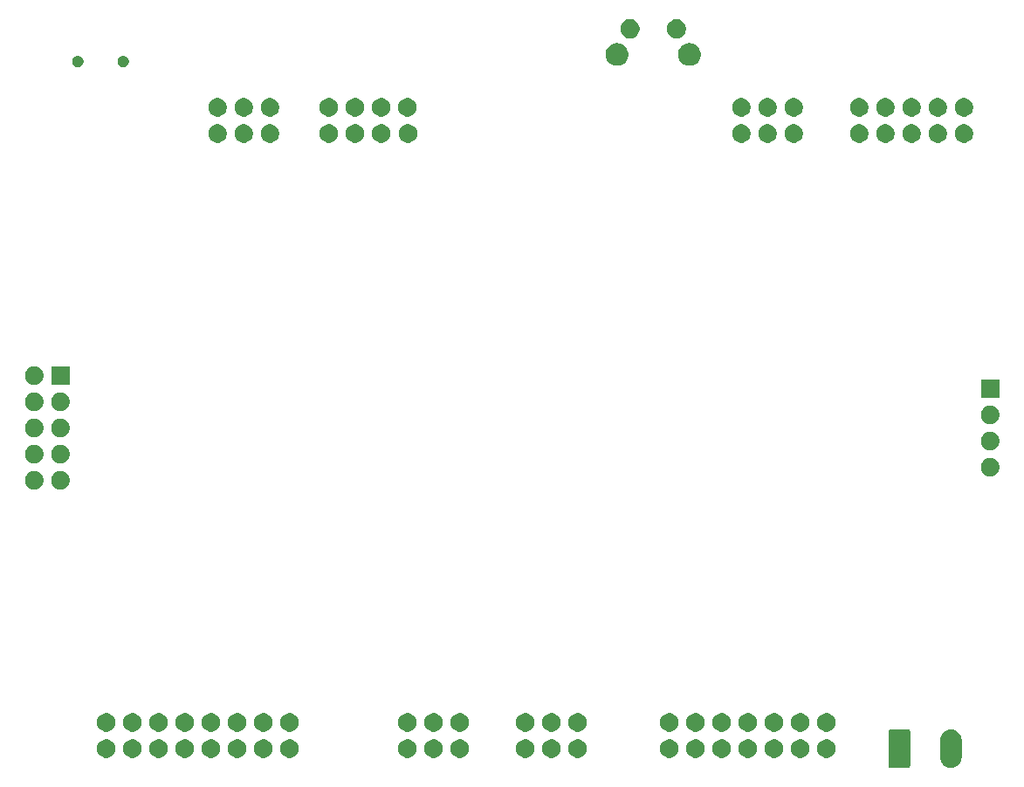
<source format=gbr>
G04 #@! TF.GenerationSoftware,KiCad,Pcbnew,(5.1.5)-3*
G04 #@! TF.CreationDate,2020-07-08T10:01:23+02:00*
G04 #@! TF.ProjectId,SBIO3,5342494f-332e-46b6-9963-61645f706362,rev?*
G04 #@! TF.SameCoordinates,Original*
G04 #@! TF.FileFunction,Soldermask,Bot*
G04 #@! TF.FilePolarity,Negative*
%FSLAX46Y46*%
G04 Gerber Fmt 4.6, Leading zero omitted, Abs format (unit mm)*
G04 Created by KiCad (PCBNEW (5.1.5)-3) date 2020-07-08 10:01:23*
%MOMM*%
%LPD*%
G04 APERTURE LIST*
%ADD10C,0.100000*%
G04 APERTURE END LIST*
D10*
G36*
X166576031Y-118814207D02*
G01*
X166774145Y-118874305D01*
X166774148Y-118874306D01*
X166828872Y-118903557D01*
X166956729Y-118971897D01*
X167116765Y-119103235D01*
X167248103Y-119263271D01*
X167248104Y-119263273D01*
X167345694Y-119445851D01*
X167345694Y-119445852D01*
X167345695Y-119445854D01*
X167405793Y-119643968D01*
X167421000Y-119798370D01*
X167421000Y-121501630D01*
X167405793Y-121656032D01*
X167345695Y-121854146D01*
X167345694Y-121854149D01*
X167293939Y-121950975D01*
X167248103Y-122036729D01*
X167116765Y-122196765D01*
X166956729Y-122328103D01*
X166887976Y-122364852D01*
X166774149Y-122425694D01*
X166774146Y-122425695D01*
X166576032Y-122485793D01*
X166370000Y-122506085D01*
X166163969Y-122485793D01*
X165965855Y-122425695D01*
X165965852Y-122425694D01*
X165852025Y-122364852D01*
X165783272Y-122328103D01*
X165623236Y-122196765D01*
X165491898Y-122036729D01*
X165457904Y-121973130D01*
X165394305Y-121854146D01*
X165334207Y-121656033D01*
X165319000Y-121501631D01*
X165319000Y-119798370D01*
X165334207Y-119643971D01*
X165334207Y-119643969D01*
X165394305Y-119445855D01*
X165394306Y-119445852D01*
X165429521Y-119379970D01*
X165491897Y-119263271D01*
X165623235Y-119103235D01*
X165783271Y-118971897D01*
X165888270Y-118915774D01*
X165965851Y-118874306D01*
X165965854Y-118874305D01*
X166163968Y-118814207D01*
X166370000Y-118793915D01*
X166576031Y-118814207D01*
G37*
G36*
X162284852Y-118802840D02*
G01*
X162316443Y-118812423D01*
X162345557Y-118827985D01*
X162371074Y-118848926D01*
X162392015Y-118874443D01*
X162407577Y-118903557D01*
X162417160Y-118935148D01*
X162421000Y-118974140D01*
X162421000Y-122325860D01*
X162417160Y-122364852D01*
X162407577Y-122396443D01*
X162392015Y-122425557D01*
X162371074Y-122451074D01*
X162345557Y-122472015D01*
X162316443Y-122487577D01*
X162284852Y-122497160D01*
X162245860Y-122501000D01*
X160494140Y-122501000D01*
X160455148Y-122497160D01*
X160423557Y-122487577D01*
X160394443Y-122472015D01*
X160368926Y-122451074D01*
X160347985Y-122425557D01*
X160332423Y-122396443D01*
X160322840Y-122364852D01*
X160319000Y-122325860D01*
X160319000Y-118974140D01*
X160322840Y-118935148D01*
X160332423Y-118903557D01*
X160347985Y-118874443D01*
X160368926Y-118848926D01*
X160394443Y-118827985D01*
X160423557Y-118812423D01*
X160455148Y-118802840D01*
X160494140Y-118799000D01*
X162245860Y-118799000D01*
X162284852Y-118802840D01*
G37*
G36*
X102348512Y-119753927D02*
G01*
X102497812Y-119783624D01*
X102661784Y-119851544D01*
X102809354Y-119950147D01*
X102934853Y-120075646D01*
X103033456Y-120223216D01*
X103101376Y-120387188D01*
X103136000Y-120561259D01*
X103136000Y-120738741D01*
X103101376Y-120912812D01*
X103033456Y-121076784D01*
X102934853Y-121224354D01*
X102809354Y-121349853D01*
X102661784Y-121448456D01*
X102497812Y-121516376D01*
X102348512Y-121546073D01*
X102323742Y-121551000D01*
X102146258Y-121551000D01*
X102121488Y-121546073D01*
X101972188Y-121516376D01*
X101808216Y-121448456D01*
X101660646Y-121349853D01*
X101535147Y-121224354D01*
X101436544Y-121076784D01*
X101368624Y-120912812D01*
X101334000Y-120738741D01*
X101334000Y-120561259D01*
X101368624Y-120387188D01*
X101436544Y-120223216D01*
X101535147Y-120075646D01*
X101660646Y-119950147D01*
X101808216Y-119851544D01*
X101972188Y-119783624D01*
X102121488Y-119753927D01*
X102146258Y-119749000D01*
X102323742Y-119749000D01*
X102348512Y-119753927D01*
G37*
G36*
X139178512Y-119753927D02*
G01*
X139327812Y-119783624D01*
X139491784Y-119851544D01*
X139639354Y-119950147D01*
X139764853Y-120075646D01*
X139863456Y-120223216D01*
X139931376Y-120387188D01*
X139966000Y-120561259D01*
X139966000Y-120738741D01*
X139931376Y-120912812D01*
X139863456Y-121076784D01*
X139764853Y-121224354D01*
X139639354Y-121349853D01*
X139491784Y-121448456D01*
X139327812Y-121516376D01*
X139178512Y-121546073D01*
X139153742Y-121551000D01*
X138976258Y-121551000D01*
X138951488Y-121546073D01*
X138802188Y-121516376D01*
X138638216Y-121448456D01*
X138490646Y-121349853D01*
X138365147Y-121224354D01*
X138266544Y-121076784D01*
X138198624Y-120912812D01*
X138164000Y-120738741D01*
X138164000Y-120561259D01*
X138198624Y-120387188D01*
X138266544Y-120223216D01*
X138365147Y-120075646D01*
X138490646Y-119950147D01*
X138638216Y-119851544D01*
X138802188Y-119783624D01*
X138951488Y-119753927D01*
X138976258Y-119749000D01*
X139153742Y-119749000D01*
X139178512Y-119753927D01*
G37*
G36*
X125208512Y-119753927D02*
G01*
X125357812Y-119783624D01*
X125521784Y-119851544D01*
X125669354Y-119950147D01*
X125794853Y-120075646D01*
X125893456Y-120223216D01*
X125961376Y-120387188D01*
X125996000Y-120561259D01*
X125996000Y-120738741D01*
X125961376Y-120912812D01*
X125893456Y-121076784D01*
X125794853Y-121224354D01*
X125669354Y-121349853D01*
X125521784Y-121448456D01*
X125357812Y-121516376D01*
X125208512Y-121546073D01*
X125183742Y-121551000D01*
X125006258Y-121551000D01*
X124981488Y-121546073D01*
X124832188Y-121516376D01*
X124668216Y-121448456D01*
X124520646Y-121349853D01*
X124395147Y-121224354D01*
X124296544Y-121076784D01*
X124228624Y-120912812D01*
X124194000Y-120738741D01*
X124194000Y-120561259D01*
X124228624Y-120387188D01*
X124296544Y-120223216D01*
X124395147Y-120075646D01*
X124520646Y-119950147D01*
X124668216Y-119851544D01*
X124832188Y-119783624D01*
X124981488Y-119753927D01*
X125006258Y-119749000D01*
X125183742Y-119749000D01*
X125208512Y-119753927D01*
G37*
G36*
X127748512Y-119753927D02*
G01*
X127897812Y-119783624D01*
X128061784Y-119851544D01*
X128209354Y-119950147D01*
X128334853Y-120075646D01*
X128433456Y-120223216D01*
X128501376Y-120387188D01*
X128536000Y-120561259D01*
X128536000Y-120738741D01*
X128501376Y-120912812D01*
X128433456Y-121076784D01*
X128334853Y-121224354D01*
X128209354Y-121349853D01*
X128061784Y-121448456D01*
X127897812Y-121516376D01*
X127748512Y-121546073D01*
X127723742Y-121551000D01*
X127546258Y-121551000D01*
X127521488Y-121546073D01*
X127372188Y-121516376D01*
X127208216Y-121448456D01*
X127060646Y-121349853D01*
X126935147Y-121224354D01*
X126836544Y-121076784D01*
X126768624Y-120912812D01*
X126734000Y-120738741D01*
X126734000Y-120561259D01*
X126768624Y-120387188D01*
X126836544Y-120223216D01*
X126935147Y-120075646D01*
X127060646Y-119950147D01*
X127208216Y-119851544D01*
X127372188Y-119783624D01*
X127521488Y-119753927D01*
X127546258Y-119749000D01*
X127723742Y-119749000D01*
X127748512Y-119753927D01*
G37*
G36*
X130288512Y-119753927D02*
G01*
X130437812Y-119783624D01*
X130601784Y-119851544D01*
X130749354Y-119950147D01*
X130874853Y-120075646D01*
X130973456Y-120223216D01*
X131041376Y-120387188D01*
X131076000Y-120561259D01*
X131076000Y-120738741D01*
X131041376Y-120912812D01*
X130973456Y-121076784D01*
X130874853Y-121224354D01*
X130749354Y-121349853D01*
X130601784Y-121448456D01*
X130437812Y-121516376D01*
X130288512Y-121546073D01*
X130263742Y-121551000D01*
X130086258Y-121551000D01*
X130061488Y-121546073D01*
X129912188Y-121516376D01*
X129748216Y-121448456D01*
X129600646Y-121349853D01*
X129475147Y-121224354D01*
X129376544Y-121076784D01*
X129308624Y-120912812D01*
X129274000Y-120738741D01*
X129274000Y-120561259D01*
X129308624Y-120387188D01*
X129376544Y-120223216D01*
X129475147Y-120075646D01*
X129600646Y-119950147D01*
X129748216Y-119851544D01*
X129912188Y-119783624D01*
X130061488Y-119753927D01*
X130086258Y-119749000D01*
X130263742Y-119749000D01*
X130288512Y-119753927D01*
G37*
G36*
X154418512Y-119753927D02*
G01*
X154567812Y-119783624D01*
X154731784Y-119851544D01*
X154879354Y-119950147D01*
X155004853Y-120075646D01*
X155103456Y-120223216D01*
X155171376Y-120387188D01*
X155206000Y-120561259D01*
X155206000Y-120738741D01*
X155171376Y-120912812D01*
X155103456Y-121076784D01*
X155004853Y-121224354D01*
X154879354Y-121349853D01*
X154731784Y-121448456D01*
X154567812Y-121516376D01*
X154418512Y-121546073D01*
X154393742Y-121551000D01*
X154216258Y-121551000D01*
X154191488Y-121546073D01*
X154042188Y-121516376D01*
X153878216Y-121448456D01*
X153730646Y-121349853D01*
X153605147Y-121224354D01*
X153506544Y-121076784D01*
X153438624Y-120912812D01*
X153404000Y-120738741D01*
X153404000Y-120561259D01*
X153438624Y-120387188D01*
X153506544Y-120223216D01*
X153605147Y-120075646D01*
X153730646Y-119950147D01*
X153878216Y-119851544D01*
X154042188Y-119783624D01*
X154191488Y-119753927D01*
X154216258Y-119749000D01*
X154393742Y-119749000D01*
X154418512Y-119753927D01*
G37*
G36*
X151878512Y-119753927D02*
G01*
X152027812Y-119783624D01*
X152191784Y-119851544D01*
X152339354Y-119950147D01*
X152464853Y-120075646D01*
X152563456Y-120223216D01*
X152631376Y-120387188D01*
X152666000Y-120561259D01*
X152666000Y-120738741D01*
X152631376Y-120912812D01*
X152563456Y-121076784D01*
X152464853Y-121224354D01*
X152339354Y-121349853D01*
X152191784Y-121448456D01*
X152027812Y-121516376D01*
X151878512Y-121546073D01*
X151853742Y-121551000D01*
X151676258Y-121551000D01*
X151651488Y-121546073D01*
X151502188Y-121516376D01*
X151338216Y-121448456D01*
X151190646Y-121349853D01*
X151065147Y-121224354D01*
X150966544Y-121076784D01*
X150898624Y-120912812D01*
X150864000Y-120738741D01*
X150864000Y-120561259D01*
X150898624Y-120387188D01*
X150966544Y-120223216D01*
X151065147Y-120075646D01*
X151190646Y-119950147D01*
X151338216Y-119851544D01*
X151502188Y-119783624D01*
X151651488Y-119753927D01*
X151676258Y-119749000D01*
X151853742Y-119749000D01*
X151878512Y-119753927D01*
G37*
G36*
X149338512Y-119753927D02*
G01*
X149487812Y-119783624D01*
X149651784Y-119851544D01*
X149799354Y-119950147D01*
X149924853Y-120075646D01*
X150023456Y-120223216D01*
X150091376Y-120387188D01*
X150126000Y-120561259D01*
X150126000Y-120738741D01*
X150091376Y-120912812D01*
X150023456Y-121076784D01*
X149924853Y-121224354D01*
X149799354Y-121349853D01*
X149651784Y-121448456D01*
X149487812Y-121516376D01*
X149338512Y-121546073D01*
X149313742Y-121551000D01*
X149136258Y-121551000D01*
X149111488Y-121546073D01*
X148962188Y-121516376D01*
X148798216Y-121448456D01*
X148650646Y-121349853D01*
X148525147Y-121224354D01*
X148426544Y-121076784D01*
X148358624Y-120912812D01*
X148324000Y-120738741D01*
X148324000Y-120561259D01*
X148358624Y-120387188D01*
X148426544Y-120223216D01*
X148525147Y-120075646D01*
X148650646Y-119950147D01*
X148798216Y-119851544D01*
X148962188Y-119783624D01*
X149111488Y-119753927D01*
X149136258Y-119749000D01*
X149313742Y-119749000D01*
X149338512Y-119753927D01*
G37*
G36*
X146798512Y-119753927D02*
G01*
X146947812Y-119783624D01*
X147111784Y-119851544D01*
X147259354Y-119950147D01*
X147384853Y-120075646D01*
X147483456Y-120223216D01*
X147551376Y-120387188D01*
X147586000Y-120561259D01*
X147586000Y-120738741D01*
X147551376Y-120912812D01*
X147483456Y-121076784D01*
X147384853Y-121224354D01*
X147259354Y-121349853D01*
X147111784Y-121448456D01*
X146947812Y-121516376D01*
X146798512Y-121546073D01*
X146773742Y-121551000D01*
X146596258Y-121551000D01*
X146571488Y-121546073D01*
X146422188Y-121516376D01*
X146258216Y-121448456D01*
X146110646Y-121349853D01*
X145985147Y-121224354D01*
X145886544Y-121076784D01*
X145818624Y-120912812D01*
X145784000Y-120738741D01*
X145784000Y-120561259D01*
X145818624Y-120387188D01*
X145886544Y-120223216D01*
X145985147Y-120075646D01*
X146110646Y-119950147D01*
X146258216Y-119851544D01*
X146422188Y-119783624D01*
X146571488Y-119753927D01*
X146596258Y-119749000D01*
X146773742Y-119749000D01*
X146798512Y-119753927D01*
G37*
G36*
X144258512Y-119753927D02*
G01*
X144407812Y-119783624D01*
X144571784Y-119851544D01*
X144719354Y-119950147D01*
X144844853Y-120075646D01*
X144943456Y-120223216D01*
X145011376Y-120387188D01*
X145046000Y-120561259D01*
X145046000Y-120738741D01*
X145011376Y-120912812D01*
X144943456Y-121076784D01*
X144844853Y-121224354D01*
X144719354Y-121349853D01*
X144571784Y-121448456D01*
X144407812Y-121516376D01*
X144258512Y-121546073D01*
X144233742Y-121551000D01*
X144056258Y-121551000D01*
X144031488Y-121546073D01*
X143882188Y-121516376D01*
X143718216Y-121448456D01*
X143570646Y-121349853D01*
X143445147Y-121224354D01*
X143346544Y-121076784D01*
X143278624Y-120912812D01*
X143244000Y-120738741D01*
X143244000Y-120561259D01*
X143278624Y-120387188D01*
X143346544Y-120223216D01*
X143445147Y-120075646D01*
X143570646Y-119950147D01*
X143718216Y-119851544D01*
X143882188Y-119783624D01*
X144031488Y-119753927D01*
X144056258Y-119749000D01*
X144233742Y-119749000D01*
X144258512Y-119753927D01*
G37*
G36*
X141718512Y-119753927D02*
G01*
X141867812Y-119783624D01*
X142031784Y-119851544D01*
X142179354Y-119950147D01*
X142304853Y-120075646D01*
X142403456Y-120223216D01*
X142471376Y-120387188D01*
X142506000Y-120561259D01*
X142506000Y-120738741D01*
X142471376Y-120912812D01*
X142403456Y-121076784D01*
X142304853Y-121224354D01*
X142179354Y-121349853D01*
X142031784Y-121448456D01*
X141867812Y-121516376D01*
X141718512Y-121546073D01*
X141693742Y-121551000D01*
X141516258Y-121551000D01*
X141491488Y-121546073D01*
X141342188Y-121516376D01*
X141178216Y-121448456D01*
X141030646Y-121349853D01*
X140905147Y-121224354D01*
X140806544Y-121076784D01*
X140738624Y-120912812D01*
X140704000Y-120738741D01*
X140704000Y-120561259D01*
X140738624Y-120387188D01*
X140806544Y-120223216D01*
X140905147Y-120075646D01*
X141030646Y-119950147D01*
X141178216Y-119851544D01*
X141342188Y-119783624D01*
X141491488Y-119753927D01*
X141516258Y-119749000D01*
X141693742Y-119749000D01*
X141718512Y-119753927D01*
G37*
G36*
X116318512Y-119753927D02*
G01*
X116467812Y-119783624D01*
X116631784Y-119851544D01*
X116779354Y-119950147D01*
X116904853Y-120075646D01*
X117003456Y-120223216D01*
X117071376Y-120387188D01*
X117106000Y-120561259D01*
X117106000Y-120738741D01*
X117071376Y-120912812D01*
X117003456Y-121076784D01*
X116904853Y-121224354D01*
X116779354Y-121349853D01*
X116631784Y-121448456D01*
X116467812Y-121516376D01*
X116318512Y-121546073D01*
X116293742Y-121551000D01*
X116116258Y-121551000D01*
X116091488Y-121546073D01*
X115942188Y-121516376D01*
X115778216Y-121448456D01*
X115630646Y-121349853D01*
X115505147Y-121224354D01*
X115406544Y-121076784D01*
X115338624Y-120912812D01*
X115304000Y-120738741D01*
X115304000Y-120561259D01*
X115338624Y-120387188D01*
X115406544Y-120223216D01*
X115505147Y-120075646D01*
X115630646Y-119950147D01*
X115778216Y-119851544D01*
X115942188Y-119783624D01*
X116091488Y-119753927D01*
X116116258Y-119749000D01*
X116293742Y-119749000D01*
X116318512Y-119753927D01*
G37*
G36*
X113778512Y-119753927D02*
G01*
X113927812Y-119783624D01*
X114091784Y-119851544D01*
X114239354Y-119950147D01*
X114364853Y-120075646D01*
X114463456Y-120223216D01*
X114531376Y-120387188D01*
X114566000Y-120561259D01*
X114566000Y-120738741D01*
X114531376Y-120912812D01*
X114463456Y-121076784D01*
X114364853Y-121224354D01*
X114239354Y-121349853D01*
X114091784Y-121448456D01*
X113927812Y-121516376D01*
X113778512Y-121546073D01*
X113753742Y-121551000D01*
X113576258Y-121551000D01*
X113551488Y-121546073D01*
X113402188Y-121516376D01*
X113238216Y-121448456D01*
X113090646Y-121349853D01*
X112965147Y-121224354D01*
X112866544Y-121076784D01*
X112798624Y-120912812D01*
X112764000Y-120738741D01*
X112764000Y-120561259D01*
X112798624Y-120387188D01*
X112866544Y-120223216D01*
X112965147Y-120075646D01*
X113090646Y-119950147D01*
X113238216Y-119851544D01*
X113402188Y-119783624D01*
X113551488Y-119753927D01*
X113576258Y-119749000D01*
X113753742Y-119749000D01*
X113778512Y-119753927D01*
G37*
G36*
X99808512Y-119753927D02*
G01*
X99957812Y-119783624D01*
X100121784Y-119851544D01*
X100269354Y-119950147D01*
X100394853Y-120075646D01*
X100493456Y-120223216D01*
X100561376Y-120387188D01*
X100596000Y-120561259D01*
X100596000Y-120738741D01*
X100561376Y-120912812D01*
X100493456Y-121076784D01*
X100394853Y-121224354D01*
X100269354Y-121349853D01*
X100121784Y-121448456D01*
X99957812Y-121516376D01*
X99808512Y-121546073D01*
X99783742Y-121551000D01*
X99606258Y-121551000D01*
X99581488Y-121546073D01*
X99432188Y-121516376D01*
X99268216Y-121448456D01*
X99120646Y-121349853D01*
X98995147Y-121224354D01*
X98896544Y-121076784D01*
X98828624Y-120912812D01*
X98794000Y-120738741D01*
X98794000Y-120561259D01*
X98828624Y-120387188D01*
X98896544Y-120223216D01*
X98995147Y-120075646D01*
X99120646Y-119950147D01*
X99268216Y-119851544D01*
X99432188Y-119783624D01*
X99581488Y-119753927D01*
X99606258Y-119749000D01*
X99783742Y-119749000D01*
X99808512Y-119753927D01*
G37*
G36*
X97268512Y-119753927D02*
G01*
X97417812Y-119783624D01*
X97581784Y-119851544D01*
X97729354Y-119950147D01*
X97854853Y-120075646D01*
X97953456Y-120223216D01*
X98021376Y-120387188D01*
X98056000Y-120561259D01*
X98056000Y-120738741D01*
X98021376Y-120912812D01*
X97953456Y-121076784D01*
X97854853Y-121224354D01*
X97729354Y-121349853D01*
X97581784Y-121448456D01*
X97417812Y-121516376D01*
X97268512Y-121546073D01*
X97243742Y-121551000D01*
X97066258Y-121551000D01*
X97041488Y-121546073D01*
X96892188Y-121516376D01*
X96728216Y-121448456D01*
X96580646Y-121349853D01*
X96455147Y-121224354D01*
X96356544Y-121076784D01*
X96288624Y-120912812D01*
X96254000Y-120738741D01*
X96254000Y-120561259D01*
X96288624Y-120387188D01*
X96356544Y-120223216D01*
X96455147Y-120075646D01*
X96580646Y-119950147D01*
X96728216Y-119851544D01*
X96892188Y-119783624D01*
X97041488Y-119753927D01*
X97066258Y-119749000D01*
X97243742Y-119749000D01*
X97268512Y-119753927D01*
G37*
G36*
X94728512Y-119753927D02*
G01*
X94877812Y-119783624D01*
X95041784Y-119851544D01*
X95189354Y-119950147D01*
X95314853Y-120075646D01*
X95413456Y-120223216D01*
X95481376Y-120387188D01*
X95516000Y-120561259D01*
X95516000Y-120738741D01*
X95481376Y-120912812D01*
X95413456Y-121076784D01*
X95314853Y-121224354D01*
X95189354Y-121349853D01*
X95041784Y-121448456D01*
X94877812Y-121516376D01*
X94728512Y-121546073D01*
X94703742Y-121551000D01*
X94526258Y-121551000D01*
X94501488Y-121546073D01*
X94352188Y-121516376D01*
X94188216Y-121448456D01*
X94040646Y-121349853D01*
X93915147Y-121224354D01*
X93816544Y-121076784D01*
X93748624Y-120912812D01*
X93714000Y-120738741D01*
X93714000Y-120561259D01*
X93748624Y-120387188D01*
X93816544Y-120223216D01*
X93915147Y-120075646D01*
X94040646Y-119950147D01*
X94188216Y-119851544D01*
X94352188Y-119783624D01*
X94501488Y-119753927D01*
X94526258Y-119749000D01*
X94703742Y-119749000D01*
X94728512Y-119753927D01*
G37*
G36*
X92188512Y-119753927D02*
G01*
X92337812Y-119783624D01*
X92501784Y-119851544D01*
X92649354Y-119950147D01*
X92774853Y-120075646D01*
X92873456Y-120223216D01*
X92941376Y-120387188D01*
X92976000Y-120561259D01*
X92976000Y-120738741D01*
X92941376Y-120912812D01*
X92873456Y-121076784D01*
X92774853Y-121224354D01*
X92649354Y-121349853D01*
X92501784Y-121448456D01*
X92337812Y-121516376D01*
X92188512Y-121546073D01*
X92163742Y-121551000D01*
X91986258Y-121551000D01*
X91961488Y-121546073D01*
X91812188Y-121516376D01*
X91648216Y-121448456D01*
X91500646Y-121349853D01*
X91375147Y-121224354D01*
X91276544Y-121076784D01*
X91208624Y-120912812D01*
X91174000Y-120738741D01*
X91174000Y-120561259D01*
X91208624Y-120387188D01*
X91276544Y-120223216D01*
X91375147Y-120075646D01*
X91500646Y-119950147D01*
X91648216Y-119851544D01*
X91812188Y-119783624D01*
X91961488Y-119753927D01*
X91986258Y-119749000D01*
X92163742Y-119749000D01*
X92188512Y-119753927D01*
G37*
G36*
X89648512Y-119753927D02*
G01*
X89797812Y-119783624D01*
X89961784Y-119851544D01*
X90109354Y-119950147D01*
X90234853Y-120075646D01*
X90333456Y-120223216D01*
X90401376Y-120387188D01*
X90436000Y-120561259D01*
X90436000Y-120738741D01*
X90401376Y-120912812D01*
X90333456Y-121076784D01*
X90234853Y-121224354D01*
X90109354Y-121349853D01*
X89961784Y-121448456D01*
X89797812Y-121516376D01*
X89648512Y-121546073D01*
X89623742Y-121551000D01*
X89446258Y-121551000D01*
X89421488Y-121546073D01*
X89272188Y-121516376D01*
X89108216Y-121448456D01*
X88960646Y-121349853D01*
X88835147Y-121224354D01*
X88736544Y-121076784D01*
X88668624Y-120912812D01*
X88634000Y-120738741D01*
X88634000Y-120561259D01*
X88668624Y-120387188D01*
X88736544Y-120223216D01*
X88835147Y-120075646D01*
X88960646Y-119950147D01*
X89108216Y-119851544D01*
X89272188Y-119783624D01*
X89421488Y-119753927D01*
X89446258Y-119749000D01*
X89623742Y-119749000D01*
X89648512Y-119753927D01*
G37*
G36*
X87108512Y-119753927D02*
G01*
X87257812Y-119783624D01*
X87421784Y-119851544D01*
X87569354Y-119950147D01*
X87694853Y-120075646D01*
X87793456Y-120223216D01*
X87861376Y-120387188D01*
X87896000Y-120561259D01*
X87896000Y-120738741D01*
X87861376Y-120912812D01*
X87793456Y-121076784D01*
X87694853Y-121224354D01*
X87569354Y-121349853D01*
X87421784Y-121448456D01*
X87257812Y-121516376D01*
X87108512Y-121546073D01*
X87083742Y-121551000D01*
X86906258Y-121551000D01*
X86881488Y-121546073D01*
X86732188Y-121516376D01*
X86568216Y-121448456D01*
X86420646Y-121349853D01*
X86295147Y-121224354D01*
X86196544Y-121076784D01*
X86128624Y-120912812D01*
X86094000Y-120738741D01*
X86094000Y-120561259D01*
X86128624Y-120387188D01*
X86196544Y-120223216D01*
X86295147Y-120075646D01*
X86420646Y-119950147D01*
X86568216Y-119851544D01*
X86732188Y-119783624D01*
X86881488Y-119753927D01*
X86906258Y-119749000D01*
X87083742Y-119749000D01*
X87108512Y-119753927D01*
G37*
G36*
X84568512Y-119753927D02*
G01*
X84717812Y-119783624D01*
X84881784Y-119851544D01*
X85029354Y-119950147D01*
X85154853Y-120075646D01*
X85253456Y-120223216D01*
X85321376Y-120387188D01*
X85356000Y-120561259D01*
X85356000Y-120738741D01*
X85321376Y-120912812D01*
X85253456Y-121076784D01*
X85154853Y-121224354D01*
X85029354Y-121349853D01*
X84881784Y-121448456D01*
X84717812Y-121516376D01*
X84568512Y-121546073D01*
X84543742Y-121551000D01*
X84366258Y-121551000D01*
X84341488Y-121546073D01*
X84192188Y-121516376D01*
X84028216Y-121448456D01*
X83880646Y-121349853D01*
X83755147Y-121224354D01*
X83656544Y-121076784D01*
X83588624Y-120912812D01*
X83554000Y-120738741D01*
X83554000Y-120561259D01*
X83588624Y-120387188D01*
X83656544Y-120223216D01*
X83755147Y-120075646D01*
X83880646Y-119950147D01*
X84028216Y-119851544D01*
X84192188Y-119783624D01*
X84341488Y-119753927D01*
X84366258Y-119749000D01*
X84543742Y-119749000D01*
X84568512Y-119753927D01*
G37*
G36*
X118858512Y-119753927D02*
G01*
X119007812Y-119783624D01*
X119171784Y-119851544D01*
X119319354Y-119950147D01*
X119444853Y-120075646D01*
X119543456Y-120223216D01*
X119611376Y-120387188D01*
X119646000Y-120561259D01*
X119646000Y-120738741D01*
X119611376Y-120912812D01*
X119543456Y-121076784D01*
X119444853Y-121224354D01*
X119319354Y-121349853D01*
X119171784Y-121448456D01*
X119007812Y-121516376D01*
X118858512Y-121546073D01*
X118833742Y-121551000D01*
X118656258Y-121551000D01*
X118631488Y-121546073D01*
X118482188Y-121516376D01*
X118318216Y-121448456D01*
X118170646Y-121349853D01*
X118045147Y-121224354D01*
X117946544Y-121076784D01*
X117878624Y-120912812D01*
X117844000Y-120738741D01*
X117844000Y-120561259D01*
X117878624Y-120387188D01*
X117946544Y-120223216D01*
X118045147Y-120075646D01*
X118170646Y-119950147D01*
X118318216Y-119851544D01*
X118482188Y-119783624D01*
X118631488Y-119753927D01*
X118656258Y-119749000D01*
X118833742Y-119749000D01*
X118858512Y-119753927D01*
G37*
G36*
X94728512Y-117213927D02*
G01*
X94877812Y-117243624D01*
X95041784Y-117311544D01*
X95189354Y-117410147D01*
X95314853Y-117535646D01*
X95413456Y-117683216D01*
X95481376Y-117847188D01*
X95516000Y-118021259D01*
X95516000Y-118198741D01*
X95481376Y-118372812D01*
X95413456Y-118536784D01*
X95314853Y-118684354D01*
X95189354Y-118809853D01*
X95041784Y-118908456D01*
X94877812Y-118976376D01*
X94728512Y-119006073D01*
X94703742Y-119011000D01*
X94526258Y-119011000D01*
X94501488Y-119006073D01*
X94352188Y-118976376D01*
X94188216Y-118908456D01*
X94040646Y-118809853D01*
X93915147Y-118684354D01*
X93816544Y-118536784D01*
X93748624Y-118372812D01*
X93714000Y-118198741D01*
X93714000Y-118021259D01*
X93748624Y-117847188D01*
X93816544Y-117683216D01*
X93915147Y-117535646D01*
X94040646Y-117410147D01*
X94188216Y-117311544D01*
X94352188Y-117243624D01*
X94501488Y-117213927D01*
X94526258Y-117209000D01*
X94703742Y-117209000D01*
X94728512Y-117213927D01*
G37*
G36*
X92188512Y-117213927D02*
G01*
X92337812Y-117243624D01*
X92501784Y-117311544D01*
X92649354Y-117410147D01*
X92774853Y-117535646D01*
X92873456Y-117683216D01*
X92941376Y-117847188D01*
X92976000Y-118021259D01*
X92976000Y-118198741D01*
X92941376Y-118372812D01*
X92873456Y-118536784D01*
X92774853Y-118684354D01*
X92649354Y-118809853D01*
X92501784Y-118908456D01*
X92337812Y-118976376D01*
X92188512Y-119006073D01*
X92163742Y-119011000D01*
X91986258Y-119011000D01*
X91961488Y-119006073D01*
X91812188Y-118976376D01*
X91648216Y-118908456D01*
X91500646Y-118809853D01*
X91375147Y-118684354D01*
X91276544Y-118536784D01*
X91208624Y-118372812D01*
X91174000Y-118198741D01*
X91174000Y-118021259D01*
X91208624Y-117847188D01*
X91276544Y-117683216D01*
X91375147Y-117535646D01*
X91500646Y-117410147D01*
X91648216Y-117311544D01*
X91812188Y-117243624D01*
X91961488Y-117213927D01*
X91986258Y-117209000D01*
X92163742Y-117209000D01*
X92188512Y-117213927D01*
G37*
G36*
X89648512Y-117213927D02*
G01*
X89797812Y-117243624D01*
X89961784Y-117311544D01*
X90109354Y-117410147D01*
X90234853Y-117535646D01*
X90333456Y-117683216D01*
X90401376Y-117847188D01*
X90436000Y-118021259D01*
X90436000Y-118198741D01*
X90401376Y-118372812D01*
X90333456Y-118536784D01*
X90234853Y-118684354D01*
X90109354Y-118809853D01*
X89961784Y-118908456D01*
X89797812Y-118976376D01*
X89648512Y-119006073D01*
X89623742Y-119011000D01*
X89446258Y-119011000D01*
X89421488Y-119006073D01*
X89272188Y-118976376D01*
X89108216Y-118908456D01*
X88960646Y-118809853D01*
X88835147Y-118684354D01*
X88736544Y-118536784D01*
X88668624Y-118372812D01*
X88634000Y-118198741D01*
X88634000Y-118021259D01*
X88668624Y-117847188D01*
X88736544Y-117683216D01*
X88835147Y-117535646D01*
X88960646Y-117410147D01*
X89108216Y-117311544D01*
X89272188Y-117243624D01*
X89421488Y-117213927D01*
X89446258Y-117209000D01*
X89623742Y-117209000D01*
X89648512Y-117213927D01*
G37*
G36*
X87108512Y-117213927D02*
G01*
X87257812Y-117243624D01*
X87421784Y-117311544D01*
X87569354Y-117410147D01*
X87694853Y-117535646D01*
X87793456Y-117683216D01*
X87861376Y-117847188D01*
X87896000Y-118021259D01*
X87896000Y-118198741D01*
X87861376Y-118372812D01*
X87793456Y-118536784D01*
X87694853Y-118684354D01*
X87569354Y-118809853D01*
X87421784Y-118908456D01*
X87257812Y-118976376D01*
X87108512Y-119006073D01*
X87083742Y-119011000D01*
X86906258Y-119011000D01*
X86881488Y-119006073D01*
X86732188Y-118976376D01*
X86568216Y-118908456D01*
X86420646Y-118809853D01*
X86295147Y-118684354D01*
X86196544Y-118536784D01*
X86128624Y-118372812D01*
X86094000Y-118198741D01*
X86094000Y-118021259D01*
X86128624Y-117847188D01*
X86196544Y-117683216D01*
X86295147Y-117535646D01*
X86420646Y-117410147D01*
X86568216Y-117311544D01*
X86732188Y-117243624D01*
X86881488Y-117213927D01*
X86906258Y-117209000D01*
X87083742Y-117209000D01*
X87108512Y-117213927D01*
G37*
G36*
X84568512Y-117213927D02*
G01*
X84717812Y-117243624D01*
X84881784Y-117311544D01*
X85029354Y-117410147D01*
X85154853Y-117535646D01*
X85253456Y-117683216D01*
X85321376Y-117847188D01*
X85356000Y-118021259D01*
X85356000Y-118198741D01*
X85321376Y-118372812D01*
X85253456Y-118536784D01*
X85154853Y-118684354D01*
X85029354Y-118809853D01*
X84881784Y-118908456D01*
X84717812Y-118976376D01*
X84568512Y-119006073D01*
X84543742Y-119011000D01*
X84366258Y-119011000D01*
X84341488Y-119006073D01*
X84192188Y-118976376D01*
X84028216Y-118908456D01*
X83880646Y-118809853D01*
X83755147Y-118684354D01*
X83656544Y-118536784D01*
X83588624Y-118372812D01*
X83554000Y-118198741D01*
X83554000Y-118021259D01*
X83588624Y-117847188D01*
X83656544Y-117683216D01*
X83755147Y-117535646D01*
X83880646Y-117410147D01*
X84028216Y-117311544D01*
X84192188Y-117243624D01*
X84341488Y-117213927D01*
X84366258Y-117209000D01*
X84543742Y-117209000D01*
X84568512Y-117213927D01*
G37*
G36*
X113778512Y-117213927D02*
G01*
X113927812Y-117243624D01*
X114091784Y-117311544D01*
X114239354Y-117410147D01*
X114364853Y-117535646D01*
X114463456Y-117683216D01*
X114531376Y-117847188D01*
X114566000Y-118021259D01*
X114566000Y-118198741D01*
X114531376Y-118372812D01*
X114463456Y-118536784D01*
X114364853Y-118684354D01*
X114239354Y-118809853D01*
X114091784Y-118908456D01*
X113927812Y-118976376D01*
X113778512Y-119006073D01*
X113753742Y-119011000D01*
X113576258Y-119011000D01*
X113551488Y-119006073D01*
X113402188Y-118976376D01*
X113238216Y-118908456D01*
X113090646Y-118809853D01*
X112965147Y-118684354D01*
X112866544Y-118536784D01*
X112798624Y-118372812D01*
X112764000Y-118198741D01*
X112764000Y-118021259D01*
X112798624Y-117847188D01*
X112866544Y-117683216D01*
X112965147Y-117535646D01*
X113090646Y-117410147D01*
X113238216Y-117311544D01*
X113402188Y-117243624D01*
X113551488Y-117213927D01*
X113576258Y-117209000D01*
X113753742Y-117209000D01*
X113778512Y-117213927D01*
G37*
G36*
X125208512Y-117213927D02*
G01*
X125357812Y-117243624D01*
X125521784Y-117311544D01*
X125669354Y-117410147D01*
X125794853Y-117535646D01*
X125893456Y-117683216D01*
X125961376Y-117847188D01*
X125996000Y-118021259D01*
X125996000Y-118198741D01*
X125961376Y-118372812D01*
X125893456Y-118536784D01*
X125794853Y-118684354D01*
X125669354Y-118809853D01*
X125521784Y-118908456D01*
X125357812Y-118976376D01*
X125208512Y-119006073D01*
X125183742Y-119011000D01*
X125006258Y-119011000D01*
X124981488Y-119006073D01*
X124832188Y-118976376D01*
X124668216Y-118908456D01*
X124520646Y-118809853D01*
X124395147Y-118684354D01*
X124296544Y-118536784D01*
X124228624Y-118372812D01*
X124194000Y-118198741D01*
X124194000Y-118021259D01*
X124228624Y-117847188D01*
X124296544Y-117683216D01*
X124395147Y-117535646D01*
X124520646Y-117410147D01*
X124668216Y-117311544D01*
X124832188Y-117243624D01*
X124981488Y-117213927D01*
X125006258Y-117209000D01*
X125183742Y-117209000D01*
X125208512Y-117213927D01*
G37*
G36*
X116318512Y-117213927D02*
G01*
X116467812Y-117243624D01*
X116631784Y-117311544D01*
X116779354Y-117410147D01*
X116904853Y-117535646D01*
X117003456Y-117683216D01*
X117071376Y-117847188D01*
X117106000Y-118021259D01*
X117106000Y-118198741D01*
X117071376Y-118372812D01*
X117003456Y-118536784D01*
X116904853Y-118684354D01*
X116779354Y-118809853D01*
X116631784Y-118908456D01*
X116467812Y-118976376D01*
X116318512Y-119006073D01*
X116293742Y-119011000D01*
X116116258Y-119011000D01*
X116091488Y-119006073D01*
X115942188Y-118976376D01*
X115778216Y-118908456D01*
X115630646Y-118809853D01*
X115505147Y-118684354D01*
X115406544Y-118536784D01*
X115338624Y-118372812D01*
X115304000Y-118198741D01*
X115304000Y-118021259D01*
X115338624Y-117847188D01*
X115406544Y-117683216D01*
X115505147Y-117535646D01*
X115630646Y-117410147D01*
X115778216Y-117311544D01*
X115942188Y-117243624D01*
X116091488Y-117213927D01*
X116116258Y-117209000D01*
X116293742Y-117209000D01*
X116318512Y-117213927D01*
G37*
G36*
X154418512Y-117213927D02*
G01*
X154567812Y-117243624D01*
X154731784Y-117311544D01*
X154879354Y-117410147D01*
X155004853Y-117535646D01*
X155103456Y-117683216D01*
X155171376Y-117847188D01*
X155206000Y-118021259D01*
X155206000Y-118198741D01*
X155171376Y-118372812D01*
X155103456Y-118536784D01*
X155004853Y-118684354D01*
X154879354Y-118809853D01*
X154731784Y-118908456D01*
X154567812Y-118976376D01*
X154418512Y-119006073D01*
X154393742Y-119011000D01*
X154216258Y-119011000D01*
X154191488Y-119006073D01*
X154042188Y-118976376D01*
X153878216Y-118908456D01*
X153730646Y-118809853D01*
X153605147Y-118684354D01*
X153506544Y-118536784D01*
X153438624Y-118372812D01*
X153404000Y-118198741D01*
X153404000Y-118021259D01*
X153438624Y-117847188D01*
X153506544Y-117683216D01*
X153605147Y-117535646D01*
X153730646Y-117410147D01*
X153878216Y-117311544D01*
X154042188Y-117243624D01*
X154191488Y-117213927D01*
X154216258Y-117209000D01*
X154393742Y-117209000D01*
X154418512Y-117213927D01*
G37*
G36*
X118858512Y-117213927D02*
G01*
X119007812Y-117243624D01*
X119171784Y-117311544D01*
X119319354Y-117410147D01*
X119444853Y-117535646D01*
X119543456Y-117683216D01*
X119611376Y-117847188D01*
X119646000Y-118021259D01*
X119646000Y-118198741D01*
X119611376Y-118372812D01*
X119543456Y-118536784D01*
X119444853Y-118684354D01*
X119319354Y-118809853D01*
X119171784Y-118908456D01*
X119007812Y-118976376D01*
X118858512Y-119006073D01*
X118833742Y-119011000D01*
X118656258Y-119011000D01*
X118631488Y-119006073D01*
X118482188Y-118976376D01*
X118318216Y-118908456D01*
X118170646Y-118809853D01*
X118045147Y-118684354D01*
X117946544Y-118536784D01*
X117878624Y-118372812D01*
X117844000Y-118198741D01*
X117844000Y-118021259D01*
X117878624Y-117847188D01*
X117946544Y-117683216D01*
X118045147Y-117535646D01*
X118170646Y-117410147D01*
X118318216Y-117311544D01*
X118482188Y-117243624D01*
X118631488Y-117213927D01*
X118656258Y-117209000D01*
X118833742Y-117209000D01*
X118858512Y-117213927D01*
G37*
G36*
X127748512Y-117213927D02*
G01*
X127897812Y-117243624D01*
X128061784Y-117311544D01*
X128209354Y-117410147D01*
X128334853Y-117535646D01*
X128433456Y-117683216D01*
X128501376Y-117847188D01*
X128536000Y-118021259D01*
X128536000Y-118198741D01*
X128501376Y-118372812D01*
X128433456Y-118536784D01*
X128334853Y-118684354D01*
X128209354Y-118809853D01*
X128061784Y-118908456D01*
X127897812Y-118976376D01*
X127748512Y-119006073D01*
X127723742Y-119011000D01*
X127546258Y-119011000D01*
X127521488Y-119006073D01*
X127372188Y-118976376D01*
X127208216Y-118908456D01*
X127060646Y-118809853D01*
X126935147Y-118684354D01*
X126836544Y-118536784D01*
X126768624Y-118372812D01*
X126734000Y-118198741D01*
X126734000Y-118021259D01*
X126768624Y-117847188D01*
X126836544Y-117683216D01*
X126935147Y-117535646D01*
X127060646Y-117410147D01*
X127208216Y-117311544D01*
X127372188Y-117243624D01*
X127521488Y-117213927D01*
X127546258Y-117209000D01*
X127723742Y-117209000D01*
X127748512Y-117213927D01*
G37*
G36*
X97268512Y-117213927D02*
G01*
X97417812Y-117243624D01*
X97581784Y-117311544D01*
X97729354Y-117410147D01*
X97854853Y-117535646D01*
X97953456Y-117683216D01*
X98021376Y-117847188D01*
X98056000Y-118021259D01*
X98056000Y-118198741D01*
X98021376Y-118372812D01*
X97953456Y-118536784D01*
X97854853Y-118684354D01*
X97729354Y-118809853D01*
X97581784Y-118908456D01*
X97417812Y-118976376D01*
X97268512Y-119006073D01*
X97243742Y-119011000D01*
X97066258Y-119011000D01*
X97041488Y-119006073D01*
X96892188Y-118976376D01*
X96728216Y-118908456D01*
X96580646Y-118809853D01*
X96455147Y-118684354D01*
X96356544Y-118536784D01*
X96288624Y-118372812D01*
X96254000Y-118198741D01*
X96254000Y-118021259D01*
X96288624Y-117847188D01*
X96356544Y-117683216D01*
X96455147Y-117535646D01*
X96580646Y-117410147D01*
X96728216Y-117311544D01*
X96892188Y-117243624D01*
X97041488Y-117213927D01*
X97066258Y-117209000D01*
X97243742Y-117209000D01*
X97268512Y-117213927D01*
G37*
G36*
X99808512Y-117213927D02*
G01*
X99957812Y-117243624D01*
X100121784Y-117311544D01*
X100269354Y-117410147D01*
X100394853Y-117535646D01*
X100493456Y-117683216D01*
X100561376Y-117847188D01*
X100596000Y-118021259D01*
X100596000Y-118198741D01*
X100561376Y-118372812D01*
X100493456Y-118536784D01*
X100394853Y-118684354D01*
X100269354Y-118809853D01*
X100121784Y-118908456D01*
X99957812Y-118976376D01*
X99808512Y-119006073D01*
X99783742Y-119011000D01*
X99606258Y-119011000D01*
X99581488Y-119006073D01*
X99432188Y-118976376D01*
X99268216Y-118908456D01*
X99120646Y-118809853D01*
X98995147Y-118684354D01*
X98896544Y-118536784D01*
X98828624Y-118372812D01*
X98794000Y-118198741D01*
X98794000Y-118021259D01*
X98828624Y-117847188D01*
X98896544Y-117683216D01*
X98995147Y-117535646D01*
X99120646Y-117410147D01*
X99268216Y-117311544D01*
X99432188Y-117243624D01*
X99581488Y-117213927D01*
X99606258Y-117209000D01*
X99783742Y-117209000D01*
X99808512Y-117213927D01*
G37*
G36*
X149338512Y-117213927D02*
G01*
X149487812Y-117243624D01*
X149651784Y-117311544D01*
X149799354Y-117410147D01*
X149924853Y-117535646D01*
X150023456Y-117683216D01*
X150091376Y-117847188D01*
X150126000Y-118021259D01*
X150126000Y-118198741D01*
X150091376Y-118372812D01*
X150023456Y-118536784D01*
X149924853Y-118684354D01*
X149799354Y-118809853D01*
X149651784Y-118908456D01*
X149487812Y-118976376D01*
X149338512Y-119006073D01*
X149313742Y-119011000D01*
X149136258Y-119011000D01*
X149111488Y-119006073D01*
X148962188Y-118976376D01*
X148798216Y-118908456D01*
X148650646Y-118809853D01*
X148525147Y-118684354D01*
X148426544Y-118536784D01*
X148358624Y-118372812D01*
X148324000Y-118198741D01*
X148324000Y-118021259D01*
X148358624Y-117847188D01*
X148426544Y-117683216D01*
X148525147Y-117535646D01*
X148650646Y-117410147D01*
X148798216Y-117311544D01*
X148962188Y-117243624D01*
X149111488Y-117213927D01*
X149136258Y-117209000D01*
X149313742Y-117209000D01*
X149338512Y-117213927D01*
G37*
G36*
X151878512Y-117213927D02*
G01*
X152027812Y-117243624D01*
X152191784Y-117311544D01*
X152339354Y-117410147D01*
X152464853Y-117535646D01*
X152563456Y-117683216D01*
X152631376Y-117847188D01*
X152666000Y-118021259D01*
X152666000Y-118198741D01*
X152631376Y-118372812D01*
X152563456Y-118536784D01*
X152464853Y-118684354D01*
X152339354Y-118809853D01*
X152191784Y-118908456D01*
X152027812Y-118976376D01*
X151878512Y-119006073D01*
X151853742Y-119011000D01*
X151676258Y-119011000D01*
X151651488Y-119006073D01*
X151502188Y-118976376D01*
X151338216Y-118908456D01*
X151190646Y-118809853D01*
X151065147Y-118684354D01*
X150966544Y-118536784D01*
X150898624Y-118372812D01*
X150864000Y-118198741D01*
X150864000Y-118021259D01*
X150898624Y-117847188D01*
X150966544Y-117683216D01*
X151065147Y-117535646D01*
X151190646Y-117410147D01*
X151338216Y-117311544D01*
X151502188Y-117243624D01*
X151651488Y-117213927D01*
X151676258Y-117209000D01*
X151853742Y-117209000D01*
X151878512Y-117213927D01*
G37*
G36*
X144258512Y-117213927D02*
G01*
X144407812Y-117243624D01*
X144571784Y-117311544D01*
X144719354Y-117410147D01*
X144844853Y-117535646D01*
X144943456Y-117683216D01*
X145011376Y-117847188D01*
X145046000Y-118021259D01*
X145046000Y-118198741D01*
X145011376Y-118372812D01*
X144943456Y-118536784D01*
X144844853Y-118684354D01*
X144719354Y-118809853D01*
X144571784Y-118908456D01*
X144407812Y-118976376D01*
X144258512Y-119006073D01*
X144233742Y-119011000D01*
X144056258Y-119011000D01*
X144031488Y-119006073D01*
X143882188Y-118976376D01*
X143718216Y-118908456D01*
X143570646Y-118809853D01*
X143445147Y-118684354D01*
X143346544Y-118536784D01*
X143278624Y-118372812D01*
X143244000Y-118198741D01*
X143244000Y-118021259D01*
X143278624Y-117847188D01*
X143346544Y-117683216D01*
X143445147Y-117535646D01*
X143570646Y-117410147D01*
X143718216Y-117311544D01*
X143882188Y-117243624D01*
X144031488Y-117213927D01*
X144056258Y-117209000D01*
X144233742Y-117209000D01*
X144258512Y-117213927D01*
G37*
G36*
X141718512Y-117213927D02*
G01*
X141867812Y-117243624D01*
X142031784Y-117311544D01*
X142179354Y-117410147D01*
X142304853Y-117535646D01*
X142403456Y-117683216D01*
X142471376Y-117847188D01*
X142506000Y-118021259D01*
X142506000Y-118198741D01*
X142471376Y-118372812D01*
X142403456Y-118536784D01*
X142304853Y-118684354D01*
X142179354Y-118809853D01*
X142031784Y-118908456D01*
X141867812Y-118976376D01*
X141718512Y-119006073D01*
X141693742Y-119011000D01*
X141516258Y-119011000D01*
X141491488Y-119006073D01*
X141342188Y-118976376D01*
X141178216Y-118908456D01*
X141030646Y-118809853D01*
X140905147Y-118684354D01*
X140806544Y-118536784D01*
X140738624Y-118372812D01*
X140704000Y-118198741D01*
X140704000Y-118021259D01*
X140738624Y-117847188D01*
X140806544Y-117683216D01*
X140905147Y-117535646D01*
X141030646Y-117410147D01*
X141178216Y-117311544D01*
X141342188Y-117243624D01*
X141491488Y-117213927D01*
X141516258Y-117209000D01*
X141693742Y-117209000D01*
X141718512Y-117213927D01*
G37*
G36*
X139178512Y-117213927D02*
G01*
X139327812Y-117243624D01*
X139491784Y-117311544D01*
X139639354Y-117410147D01*
X139764853Y-117535646D01*
X139863456Y-117683216D01*
X139931376Y-117847188D01*
X139966000Y-118021259D01*
X139966000Y-118198741D01*
X139931376Y-118372812D01*
X139863456Y-118536784D01*
X139764853Y-118684354D01*
X139639354Y-118809853D01*
X139491784Y-118908456D01*
X139327812Y-118976376D01*
X139178512Y-119006073D01*
X139153742Y-119011000D01*
X138976258Y-119011000D01*
X138951488Y-119006073D01*
X138802188Y-118976376D01*
X138638216Y-118908456D01*
X138490646Y-118809853D01*
X138365147Y-118684354D01*
X138266544Y-118536784D01*
X138198624Y-118372812D01*
X138164000Y-118198741D01*
X138164000Y-118021259D01*
X138198624Y-117847188D01*
X138266544Y-117683216D01*
X138365147Y-117535646D01*
X138490646Y-117410147D01*
X138638216Y-117311544D01*
X138802188Y-117243624D01*
X138951488Y-117213927D01*
X138976258Y-117209000D01*
X139153742Y-117209000D01*
X139178512Y-117213927D01*
G37*
G36*
X102348512Y-117213927D02*
G01*
X102497812Y-117243624D01*
X102661784Y-117311544D01*
X102809354Y-117410147D01*
X102934853Y-117535646D01*
X103033456Y-117683216D01*
X103101376Y-117847188D01*
X103136000Y-118021259D01*
X103136000Y-118198741D01*
X103101376Y-118372812D01*
X103033456Y-118536784D01*
X102934853Y-118684354D01*
X102809354Y-118809853D01*
X102661784Y-118908456D01*
X102497812Y-118976376D01*
X102348512Y-119006073D01*
X102323742Y-119011000D01*
X102146258Y-119011000D01*
X102121488Y-119006073D01*
X101972188Y-118976376D01*
X101808216Y-118908456D01*
X101660646Y-118809853D01*
X101535147Y-118684354D01*
X101436544Y-118536784D01*
X101368624Y-118372812D01*
X101334000Y-118198741D01*
X101334000Y-118021259D01*
X101368624Y-117847188D01*
X101436544Y-117683216D01*
X101535147Y-117535646D01*
X101660646Y-117410147D01*
X101808216Y-117311544D01*
X101972188Y-117243624D01*
X102121488Y-117213927D01*
X102146258Y-117209000D01*
X102323742Y-117209000D01*
X102348512Y-117213927D01*
G37*
G36*
X146798512Y-117213927D02*
G01*
X146947812Y-117243624D01*
X147111784Y-117311544D01*
X147259354Y-117410147D01*
X147384853Y-117535646D01*
X147483456Y-117683216D01*
X147551376Y-117847188D01*
X147586000Y-118021259D01*
X147586000Y-118198741D01*
X147551376Y-118372812D01*
X147483456Y-118536784D01*
X147384853Y-118684354D01*
X147259354Y-118809853D01*
X147111784Y-118908456D01*
X146947812Y-118976376D01*
X146798512Y-119006073D01*
X146773742Y-119011000D01*
X146596258Y-119011000D01*
X146571488Y-119006073D01*
X146422188Y-118976376D01*
X146258216Y-118908456D01*
X146110646Y-118809853D01*
X145985147Y-118684354D01*
X145886544Y-118536784D01*
X145818624Y-118372812D01*
X145784000Y-118198741D01*
X145784000Y-118021259D01*
X145818624Y-117847188D01*
X145886544Y-117683216D01*
X145985147Y-117535646D01*
X146110646Y-117410147D01*
X146258216Y-117311544D01*
X146422188Y-117243624D01*
X146571488Y-117213927D01*
X146596258Y-117209000D01*
X146773742Y-117209000D01*
X146798512Y-117213927D01*
G37*
G36*
X130288512Y-117213927D02*
G01*
X130437812Y-117243624D01*
X130601784Y-117311544D01*
X130749354Y-117410147D01*
X130874853Y-117535646D01*
X130973456Y-117683216D01*
X131041376Y-117847188D01*
X131076000Y-118021259D01*
X131076000Y-118198741D01*
X131041376Y-118372812D01*
X130973456Y-118536784D01*
X130874853Y-118684354D01*
X130749354Y-118809853D01*
X130601784Y-118908456D01*
X130437812Y-118976376D01*
X130288512Y-119006073D01*
X130263742Y-119011000D01*
X130086258Y-119011000D01*
X130061488Y-119006073D01*
X129912188Y-118976376D01*
X129748216Y-118908456D01*
X129600646Y-118809853D01*
X129475147Y-118684354D01*
X129376544Y-118536784D01*
X129308624Y-118372812D01*
X129274000Y-118198741D01*
X129274000Y-118021259D01*
X129308624Y-117847188D01*
X129376544Y-117683216D01*
X129475147Y-117535646D01*
X129600646Y-117410147D01*
X129748216Y-117311544D01*
X129912188Y-117243624D01*
X130061488Y-117213927D01*
X130086258Y-117209000D01*
X130263742Y-117209000D01*
X130288512Y-117213927D01*
G37*
G36*
X77583512Y-93718927D02*
G01*
X77732812Y-93748624D01*
X77896784Y-93816544D01*
X78044354Y-93915147D01*
X78169853Y-94040646D01*
X78268456Y-94188216D01*
X78336376Y-94352188D01*
X78371000Y-94526259D01*
X78371000Y-94703741D01*
X78336376Y-94877812D01*
X78268456Y-95041784D01*
X78169853Y-95189354D01*
X78044354Y-95314853D01*
X77896784Y-95413456D01*
X77732812Y-95481376D01*
X77583512Y-95511073D01*
X77558742Y-95516000D01*
X77381258Y-95516000D01*
X77356488Y-95511073D01*
X77207188Y-95481376D01*
X77043216Y-95413456D01*
X76895646Y-95314853D01*
X76770147Y-95189354D01*
X76671544Y-95041784D01*
X76603624Y-94877812D01*
X76569000Y-94703741D01*
X76569000Y-94526259D01*
X76603624Y-94352188D01*
X76671544Y-94188216D01*
X76770147Y-94040646D01*
X76895646Y-93915147D01*
X77043216Y-93816544D01*
X77207188Y-93748624D01*
X77356488Y-93718927D01*
X77381258Y-93714000D01*
X77558742Y-93714000D01*
X77583512Y-93718927D01*
G37*
G36*
X80123512Y-93718927D02*
G01*
X80272812Y-93748624D01*
X80436784Y-93816544D01*
X80584354Y-93915147D01*
X80709853Y-94040646D01*
X80808456Y-94188216D01*
X80876376Y-94352188D01*
X80911000Y-94526259D01*
X80911000Y-94703741D01*
X80876376Y-94877812D01*
X80808456Y-95041784D01*
X80709853Y-95189354D01*
X80584354Y-95314853D01*
X80436784Y-95413456D01*
X80272812Y-95481376D01*
X80123512Y-95511073D01*
X80098742Y-95516000D01*
X79921258Y-95516000D01*
X79896488Y-95511073D01*
X79747188Y-95481376D01*
X79583216Y-95413456D01*
X79435646Y-95314853D01*
X79310147Y-95189354D01*
X79211544Y-95041784D01*
X79143624Y-94877812D01*
X79109000Y-94703741D01*
X79109000Y-94526259D01*
X79143624Y-94352188D01*
X79211544Y-94188216D01*
X79310147Y-94040646D01*
X79435646Y-93915147D01*
X79583216Y-93816544D01*
X79747188Y-93748624D01*
X79896488Y-93718927D01*
X79921258Y-93714000D01*
X80098742Y-93714000D01*
X80123512Y-93718927D01*
G37*
G36*
X170293512Y-92448927D02*
G01*
X170442812Y-92478624D01*
X170606784Y-92546544D01*
X170754354Y-92645147D01*
X170879853Y-92770646D01*
X170978456Y-92918216D01*
X171046376Y-93082188D01*
X171081000Y-93256259D01*
X171081000Y-93433741D01*
X171046376Y-93607812D01*
X170978456Y-93771784D01*
X170879853Y-93919354D01*
X170754354Y-94044853D01*
X170606784Y-94143456D01*
X170442812Y-94211376D01*
X170293512Y-94241073D01*
X170268742Y-94246000D01*
X170091258Y-94246000D01*
X170066488Y-94241073D01*
X169917188Y-94211376D01*
X169753216Y-94143456D01*
X169605646Y-94044853D01*
X169480147Y-93919354D01*
X169381544Y-93771784D01*
X169313624Y-93607812D01*
X169279000Y-93433741D01*
X169279000Y-93256259D01*
X169313624Y-93082188D01*
X169381544Y-92918216D01*
X169480147Y-92770646D01*
X169605646Y-92645147D01*
X169753216Y-92546544D01*
X169917188Y-92478624D01*
X170066488Y-92448927D01*
X170091258Y-92444000D01*
X170268742Y-92444000D01*
X170293512Y-92448927D01*
G37*
G36*
X77583512Y-91178927D02*
G01*
X77732812Y-91208624D01*
X77896784Y-91276544D01*
X78044354Y-91375147D01*
X78169853Y-91500646D01*
X78268456Y-91648216D01*
X78336376Y-91812188D01*
X78371000Y-91986259D01*
X78371000Y-92163741D01*
X78336376Y-92337812D01*
X78268456Y-92501784D01*
X78169853Y-92649354D01*
X78044354Y-92774853D01*
X77896784Y-92873456D01*
X77732812Y-92941376D01*
X77583512Y-92971073D01*
X77558742Y-92976000D01*
X77381258Y-92976000D01*
X77356488Y-92971073D01*
X77207188Y-92941376D01*
X77043216Y-92873456D01*
X76895646Y-92774853D01*
X76770147Y-92649354D01*
X76671544Y-92501784D01*
X76603624Y-92337812D01*
X76569000Y-92163741D01*
X76569000Y-91986259D01*
X76603624Y-91812188D01*
X76671544Y-91648216D01*
X76770147Y-91500646D01*
X76895646Y-91375147D01*
X77043216Y-91276544D01*
X77207188Y-91208624D01*
X77356488Y-91178927D01*
X77381258Y-91174000D01*
X77558742Y-91174000D01*
X77583512Y-91178927D01*
G37*
G36*
X80123512Y-91178927D02*
G01*
X80272812Y-91208624D01*
X80436784Y-91276544D01*
X80584354Y-91375147D01*
X80709853Y-91500646D01*
X80808456Y-91648216D01*
X80876376Y-91812188D01*
X80911000Y-91986259D01*
X80911000Y-92163741D01*
X80876376Y-92337812D01*
X80808456Y-92501784D01*
X80709853Y-92649354D01*
X80584354Y-92774853D01*
X80436784Y-92873456D01*
X80272812Y-92941376D01*
X80123512Y-92971073D01*
X80098742Y-92976000D01*
X79921258Y-92976000D01*
X79896488Y-92971073D01*
X79747188Y-92941376D01*
X79583216Y-92873456D01*
X79435646Y-92774853D01*
X79310147Y-92649354D01*
X79211544Y-92501784D01*
X79143624Y-92337812D01*
X79109000Y-92163741D01*
X79109000Y-91986259D01*
X79143624Y-91812188D01*
X79211544Y-91648216D01*
X79310147Y-91500646D01*
X79435646Y-91375147D01*
X79583216Y-91276544D01*
X79747188Y-91208624D01*
X79896488Y-91178927D01*
X79921258Y-91174000D01*
X80098742Y-91174000D01*
X80123512Y-91178927D01*
G37*
G36*
X170293512Y-89908927D02*
G01*
X170442812Y-89938624D01*
X170606784Y-90006544D01*
X170754354Y-90105147D01*
X170879853Y-90230646D01*
X170978456Y-90378216D01*
X171046376Y-90542188D01*
X171081000Y-90716259D01*
X171081000Y-90893741D01*
X171046376Y-91067812D01*
X170978456Y-91231784D01*
X170879853Y-91379354D01*
X170754354Y-91504853D01*
X170606784Y-91603456D01*
X170442812Y-91671376D01*
X170293512Y-91701073D01*
X170268742Y-91706000D01*
X170091258Y-91706000D01*
X170066488Y-91701073D01*
X169917188Y-91671376D01*
X169753216Y-91603456D01*
X169605646Y-91504853D01*
X169480147Y-91379354D01*
X169381544Y-91231784D01*
X169313624Y-91067812D01*
X169279000Y-90893741D01*
X169279000Y-90716259D01*
X169313624Y-90542188D01*
X169381544Y-90378216D01*
X169480147Y-90230646D01*
X169605646Y-90105147D01*
X169753216Y-90006544D01*
X169917188Y-89938624D01*
X170066488Y-89908927D01*
X170091258Y-89904000D01*
X170268742Y-89904000D01*
X170293512Y-89908927D01*
G37*
G36*
X80123512Y-88638927D02*
G01*
X80272812Y-88668624D01*
X80436784Y-88736544D01*
X80584354Y-88835147D01*
X80709853Y-88960646D01*
X80808456Y-89108216D01*
X80876376Y-89272188D01*
X80911000Y-89446259D01*
X80911000Y-89623741D01*
X80876376Y-89797812D01*
X80808456Y-89961784D01*
X80709853Y-90109354D01*
X80584354Y-90234853D01*
X80436784Y-90333456D01*
X80272812Y-90401376D01*
X80123512Y-90431073D01*
X80098742Y-90436000D01*
X79921258Y-90436000D01*
X79896488Y-90431073D01*
X79747188Y-90401376D01*
X79583216Y-90333456D01*
X79435646Y-90234853D01*
X79310147Y-90109354D01*
X79211544Y-89961784D01*
X79143624Y-89797812D01*
X79109000Y-89623741D01*
X79109000Y-89446259D01*
X79143624Y-89272188D01*
X79211544Y-89108216D01*
X79310147Y-88960646D01*
X79435646Y-88835147D01*
X79583216Y-88736544D01*
X79747188Y-88668624D01*
X79896488Y-88638927D01*
X79921258Y-88634000D01*
X80098742Y-88634000D01*
X80123512Y-88638927D01*
G37*
G36*
X77583512Y-88638927D02*
G01*
X77732812Y-88668624D01*
X77896784Y-88736544D01*
X78044354Y-88835147D01*
X78169853Y-88960646D01*
X78268456Y-89108216D01*
X78336376Y-89272188D01*
X78371000Y-89446259D01*
X78371000Y-89623741D01*
X78336376Y-89797812D01*
X78268456Y-89961784D01*
X78169853Y-90109354D01*
X78044354Y-90234853D01*
X77896784Y-90333456D01*
X77732812Y-90401376D01*
X77583512Y-90431073D01*
X77558742Y-90436000D01*
X77381258Y-90436000D01*
X77356488Y-90431073D01*
X77207188Y-90401376D01*
X77043216Y-90333456D01*
X76895646Y-90234853D01*
X76770147Y-90109354D01*
X76671544Y-89961784D01*
X76603624Y-89797812D01*
X76569000Y-89623741D01*
X76569000Y-89446259D01*
X76603624Y-89272188D01*
X76671544Y-89108216D01*
X76770147Y-88960646D01*
X76895646Y-88835147D01*
X77043216Y-88736544D01*
X77207188Y-88668624D01*
X77356488Y-88638927D01*
X77381258Y-88634000D01*
X77558742Y-88634000D01*
X77583512Y-88638927D01*
G37*
G36*
X170293512Y-87368927D02*
G01*
X170442812Y-87398624D01*
X170606784Y-87466544D01*
X170754354Y-87565147D01*
X170879853Y-87690646D01*
X170978456Y-87838216D01*
X171046376Y-88002188D01*
X171081000Y-88176259D01*
X171081000Y-88353741D01*
X171046376Y-88527812D01*
X170978456Y-88691784D01*
X170879853Y-88839354D01*
X170754354Y-88964853D01*
X170606784Y-89063456D01*
X170442812Y-89131376D01*
X170293512Y-89161073D01*
X170268742Y-89166000D01*
X170091258Y-89166000D01*
X170066488Y-89161073D01*
X169917188Y-89131376D01*
X169753216Y-89063456D01*
X169605646Y-88964853D01*
X169480147Y-88839354D01*
X169381544Y-88691784D01*
X169313624Y-88527812D01*
X169279000Y-88353741D01*
X169279000Y-88176259D01*
X169313624Y-88002188D01*
X169381544Y-87838216D01*
X169480147Y-87690646D01*
X169605646Y-87565147D01*
X169753216Y-87466544D01*
X169917188Y-87398624D01*
X170066488Y-87368927D01*
X170091258Y-87364000D01*
X170268742Y-87364000D01*
X170293512Y-87368927D01*
G37*
G36*
X80123512Y-86098927D02*
G01*
X80272812Y-86128624D01*
X80436784Y-86196544D01*
X80584354Y-86295147D01*
X80709853Y-86420646D01*
X80808456Y-86568216D01*
X80876376Y-86732188D01*
X80911000Y-86906259D01*
X80911000Y-87083741D01*
X80876376Y-87257812D01*
X80808456Y-87421784D01*
X80709853Y-87569354D01*
X80584354Y-87694853D01*
X80436784Y-87793456D01*
X80272812Y-87861376D01*
X80123512Y-87891073D01*
X80098742Y-87896000D01*
X79921258Y-87896000D01*
X79896488Y-87891073D01*
X79747188Y-87861376D01*
X79583216Y-87793456D01*
X79435646Y-87694853D01*
X79310147Y-87569354D01*
X79211544Y-87421784D01*
X79143624Y-87257812D01*
X79109000Y-87083741D01*
X79109000Y-86906259D01*
X79143624Y-86732188D01*
X79211544Y-86568216D01*
X79310147Y-86420646D01*
X79435646Y-86295147D01*
X79583216Y-86196544D01*
X79747188Y-86128624D01*
X79896488Y-86098927D01*
X79921258Y-86094000D01*
X80098742Y-86094000D01*
X80123512Y-86098927D01*
G37*
G36*
X77583512Y-86098927D02*
G01*
X77732812Y-86128624D01*
X77896784Y-86196544D01*
X78044354Y-86295147D01*
X78169853Y-86420646D01*
X78268456Y-86568216D01*
X78336376Y-86732188D01*
X78371000Y-86906259D01*
X78371000Y-87083741D01*
X78336376Y-87257812D01*
X78268456Y-87421784D01*
X78169853Y-87569354D01*
X78044354Y-87694853D01*
X77896784Y-87793456D01*
X77732812Y-87861376D01*
X77583512Y-87891073D01*
X77558742Y-87896000D01*
X77381258Y-87896000D01*
X77356488Y-87891073D01*
X77207188Y-87861376D01*
X77043216Y-87793456D01*
X76895646Y-87694853D01*
X76770147Y-87569354D01*
X76671544Y-87421784D01*
X76603624Y-87257812D01*
X76569000Y-87083741D01*
X76569000Y-86906259D01*
X76603624Y-86732188D01*
X76671544Y-86568216D01*
X76770147Y-86420646D01*
X76895646Y-86295147D01*
X77043216Y-86196544D01*
X77207188Y-86128624D01*
X77356488Y-86098927D01*
X77381258Y-86094000D01*
X77558742Y-86094000D01*
X77583512Y-86098927D01*
G37*
G36*
X171081000Y-86626000D02*
G01*
X169279000Y-86626000D01*
X169279000Y-84824000D01*
X171081000Y-84824000D01*
X171081000Y-86626000D01*
G37*
G36*
X77583512Y-83558927D02*
G01*
X77732812Y-83588624D01*
X77896784Y-83656544D01*
X78044354Y-83755147D01*
X78169853Y-83880646D01*
X78268456Y-84028216D01*
X78336376Y-84192188D01*
X78371000Y-84366259D01*
X78371000Y-84543741D01*
X78336376Y-84717812D01*
X78268456Y-84881784D01*
X78169853Y-85029354D01*
X78044354Y-85154853D01*
X77896784Y-85253456D01*
X77732812Y-85321376D01*
X77583512Y-85351073D01*
X77558742Y-85356000D01*
X77381258Y-85356000D01*
X77356488Y-85351073D01*
X77207188Y-85321376D01*
X77043216Y-85253456D01*
X76895646Y-85154853D01*
X76770147Y-85029354D01*
X76671544Y-84881784D01*
X76603624Y-84717812D01*
X76569000Y-84543741D01*
X76569000Y-84366259D01*
X76603624Y-84192188D01*
X76671544Y-84028216D01*
X76770147Y-83880646D01*
X76895646Y-83755147D01*
X77043216Y-83656544D01*
X77207188Y-83588624D01*
X77356488Y-83558927D01*
X77381258Y-83554000D01*
X77558742Y-83554000D01*
X77583512Y-83558927D01*
G37*
G36*
X80911000Y-85356000D02*
G01*
X79109000Y-85356000D01*
X79109000Y-83554000D01*
X80911000Y-83554000D01*
X80911000Y-85356000D01*
G37*
G36*
X165213512Y-60063927D02*
G01*
X165362812Y-60093624D01*
X165526784Y-60161544D01*
X165674354Y-60260147D01*
X165799853Y-60385646D01*
X165898456Y-60533216D01*
X165966376Y-60697188D01*
X166001000Y-60871259D01*
X166001000Y-61048741D01*
X165966376Y-61222812D01*
X165898456Y-61386784D01*
X165799853Y-61534354D01*
X165674354Y-61659853D01*
X165526784Y-61758456D01*
X165362812Y-61826376D01*
X165213512Y-61856073D01*
X165188742Y-61861000D01*
X165011258Y-61861000D01*
X164986488Y-61856073D01*
X164837188Y-61826376D01*
X164673216Y-61758456D01*
X164525646Y-61659853D01*
X164400147Y-61534354D01*
X164301544Y-61386784D01*
X164233624Y-61222812D01*
X164199000Y-61048741D01*
X164199000Y-60871259D01*
X164233624Y-60697188D01*
X164301544Y-60533216D01*
X164400147Y-60385646D01*
X164525646Y-60260147D01*
X164673216Y-60161544D01*
X164837188Y-60093624D01*
X164986488Y-60063927D01*
X165011258Y-60059000D01*
X165188742Y-60059000D01*
X165213512Y-60063927D01*
G37*
G36*
X162673512Y-60063927D02*
G01*
X162822812Y-60093624D01*
X162986784Y-60161544D01*
X163134354Y-60260147D01*
X163259853Y-60385646D01*
X163358456Y-60533216D01*
X163426376Y-60697188D01*
X163461000Y-60871259D01*
X163461000Y-61048741D01*
X163426376Y-61222812D01*
X163358456Y-61386784D01*
X163259853Y-61534354D01*
X163134354Y-61659853D01*
X162986784Y-61758456D01*
X162822812Y-61826376D01*
X162673512Y-61856073D01*
X162648742Y-61861000D01*
X162471258Y-61861000D01*
X162446488Y-61856073D01*
X162297188Y-61826376D01*
X162133216Y-61758456D01*
X161985646Y-61659853D01*
X161860147Y-61534354D01*
X161761544Y-61386784D01*
X161693624Y-61222812D01*
X161659000Y-61048741D01*
X161659000Y-60871259D01*
X161693624Y-60697188D01*
X161761544Y-60533216D01*
X161860147Y-60385646D01*
X161985646Y-60260147D01*
X162133216Y-60161544D01*
X162297188Y-60093624D01*
X162446488Y-60063927D01*
X162471258Y-60059000D01*
X162648742Y-60059000D01*
X162673512Y-60063927D01*
G37*
G36*
X160133512Y-60063927D02*
G01*
X160282812Y-60093624D01*
X160446784Y-60161544D01*
X160594354Y-60260147D01*
X160719853Y-60385646D01*
X160818456Y-60533216D01*
X160886376Y-60697188D01*
X160921000Y-60871259D01*
X160921000Y-61048741D01*
X160886376Y-61222812D01*
X160818456Y-61386784D01*
X160719853Y-61534354D01*
X160594354Y-61659853D01*
X160446784Y-61758456D01*
X160282812Y-61826376D01*
X160133512Y-61856073D01*
X160108742Y-61861000D01*
X159931258Y-61861000D01*
X159906488Y-61856073D01*
X159757188Y-61826376D01*
X159593216Y-61758456D01*
X159445646Y-61659853D01*
X159320147Y-61534354D01*
X159221544Y-61386784D01*
X159153624Y-61222812D01*
X159119000Y-61048741D01*
X159119000Y-60871259D01*
X159153624Y-60697188D01*
X159221544Y-60533216D01*
X159320147Y-60385646D01*
X159445646Y-60260147D01*
X159593216Y-60161544D01*
X159757188Y-60093624D01*
X159906488Y-60063927D01*
X159931258Y-60059000D01*
X160108742Y-60059000D01*
X160133512Y-60063927D01*
G37*
G36*
X157593512Y-60063927D02*
G01*
X157742812Y-60093624D01*
X157906784Y-60161544D01*
X158054354Y-60260147D01*
X158179853Y-60385646D01*
X158278456Y-60533216D01*
X158346376Y-60697188D01*
X158381000Y-60871259D01*
X158381000Y-61048741D01*
X158346376Y-61222812D01*
X158278456Y-61386784D01*
X158179853Y-61534354D01*
X158054354Y-61659853D01*
X157906784Y-61758456D01*
X157742812Y-61826376D01*
X157593512Y-61856073D01*
X157568742Y-61861000D01*
X157391258Y-61861000D01*
X157366488Y-61856073D01*
X157217188Y-61826376D01*
X157053216Y-61758456D01*
X156905646Y-61659853D01*
X156780147Y-61534354D01*
X156681544Y-61386784D01*
X156613624Y-61222812D01*
X156579000Y-61048741D01*
X156579000Y-60871259D01*
X156613624Y-60697188D01*
X156681544Y-60533216D01*
X156780147Y-60385646D01*
X156905646Y-60260147D01*
X157053216Y-60161544D01*
X157217188Y-60093624D01*
X157366488Y-60063927D01*
X157391258Y-60059000D01*
X157568742Y-60059000D01*
X157593512Y-60063927D01*
G37*
G36*
X151243512Y-60063927D02*
G01*
X151392812Y-60093624D01*
X151556784Y-60161544D01*
X151704354Y-60260147D01*
X151829853Y-60385646D01*
X151928456Y-60533216D01*
X151996376Y-60697188D01*
X152031000Y-60871259D01*
X152031000Y-61048741D01*
X151996376Y-61222812D01*
X151928456Y-61386784D01*
X151829853Y-61534354D01*
X151704354Y-61659853D01*
X151556784Y-61758456D01*
X151392812Y-61826376D01*
X151243512Y-61856073D01*
X151218742Y-61861000D01*
X151041258Y-61861000D01*
X151016488Y-61856073D01*
X150867188Y-61826376D01*
X150703216Y-61758456D01*
X150555646Y-61659853D01*
X150430147Y-61534354D01*
X150331544Y-61386784D01*
X150263624Y-61222812D01*
X150229000Y-61048741D01*
X150229000Y-60871259D01*
X150263624Y-60697188D01*
X150331544Y-60533216D01*
X150430147Y-60385646D01*
X150555646Y-60260147D01*
X150703216Y-60161544D01*
X150867188Y-60093624D01*
X151016488Y-60063927D01*
X151041258Y-60059000D01*
X151218742Y-60059000D01*
X151243512Y-60063927D01*
G37*
G36*
X148703512Y-60063927D02*
G01*
X148852812Y-60093624D01*
X149016784Y-60161544D01*
X149164354Y-60260147D01*
X149289853Y-60385646D01*
X149388456Y-60533216D01*
X149456376Y-60697188D01*
X149491000Y-60871259D01*
X149491000Y-61048741D01*
X149456376Y-61222812D01*
X149388456Y-61386784D01*
X149289853Y-61534354D01*
X149164354Y-61659853D01*
X149016784Y-61758456D01*
X148852812Y-61826376D01*
X148703512Y-61856073D01*
X148678742Y-61861000D01*
X148501258Y-61861000D01*
X148476488Y-61856073D01*
X148327188Y-61826376D01*
X148163216Y-61758456D01*
X148015646Y-61659853D01*
X147890147Y-61534354D01*
X147791544Y-61386784D01*
X147723624Y-61222812D01*
X147689000Y-61048741D01*
X147689000Y-60871259D01*
X147723624Y-60697188D01*
X147791544Y-60533216D01*
X147890147Y-60385646D01*
X148015646Y-60260147D01*
X148163216Y-60161544D01*
X148327188Y-60093624D01*
X148476488Y-60063927D01*
X148501258Y-60059000D01*
X148678742Y-60059000D01*
X148703512Y-60063927D01*
G37*
G36*
X95363512Y-60063927D02*
G01*
X95512812Y-60093624D01*
X95676784Y-60161544D01*
X95824354Y-60260147D01*
X95949853Y-60385646D01*
X96048456Y-60533216D01*
X96116376Y-60697188D01*
X96151000Y-60871259D01*
X96151000Y-61048741D01*
X96116376Y-61222812D01*
X96048456Y-61386784D01*
X95949853Y-61534354D01*
X95824354Y-61659853D01*
X95676784Y-61758456D01*
X95512812Y-61826376D01*
X95363512Y-61856073D01*
X95338742Y-61861000D01*
X95161258Y-61861000D01*
X95136488Y-61856073D01*
X94987188Y-61826376D01*
X94823216Y-61758456D01*
X94675646Y-61659853D01*
X94550147Y-61534354D01*
X94451544Y-61386784D01*
X94383624Y-61222812D01*
X94349000Y-61048741D01*
X94349000Y-60871259D01*
X94383624Y-60697188D01*
X94451544Y-60533216D01*
X94550147Y-60385646D01*
X94675646Y-60260147D01*
X94823216Y-60161544D01*
X94987188Y-60093624D01*
X95136488Y-60063927D01*
X95161258Y-60059000D01*
X95338742Y-60059000D01*
X95363512Y-60063927D01*
G37*
G36*
X100443512Y-60063927D02*
G01*
X100592812Y-60093624D01*
X100756784Y-60161544D01*
X100904354Y-60260147D01*
X101029853Y-60385646D01*
X101128456Y-60533216D01*
X101196376Y-60697188D01*
X101231000Y-60871259D01*
X101231000Y-61048741D01*
X101196376Y-61222812D01*
X101128456Y-61386784D01*
X101029853Y-61534354D01*
X100904354Y-61659853D01*
X100756784Y-61758456D01*
X100592812Y-61826376D01*
X100443512Y-61856073D01*
X100418742Y-61861000D01*
X100241258Y-61861000D01*
X100216488Y-61856073D01*
X100067188Y-61826376D01*
X99903216Y-61758456D01*
X99755646Y-61659853D01*
X99630147Y-61534354D01*
X99531544Y-61386784D01*
X99463624Y-61222812D01*
X99429000Y-61048741D01*
X99429000Y-60871259D01*
X99463624Y-60697188D01*
X99531544Y-60533216D01*
X99630147Y-60385646D01*
X99755646Y-60260147D01*
X99903216Y-60161544D01*
X100067188Y-60093624D01*
X100216488Y-60063927D01*
X100241258Y-60059000D01*
X100418742Y-60059000D01*
X100443512Y-60063927D01*
G37*
G36*
X106158512Y-60063927D02*
G01*
X106307812Y-60093624D01*
X106471784Y-60161544D01*
X106619354Y-60260147D01*
X106744853Y-60385646D01*
X106843456Y-60533216D01*
X106911376Y-60697188D01*
X106946000Y-60871259D01*
X106946000Y-61048741D01*
X106911376Y-61222812D01*
X106843456Y-61386784D01*
X106744853Y-61534354D01*
X106619354Y-61659853D01*
X106471784Y-61758456D01*
X106307812Y-61826376D01*
X106158512Y-61856073D01*
X106133742Y-61861000D01*
X105956258Y-61861000D01*
X105931488Y-61856073D01*
X105782188Y-61826376D01*
X105618216Y-61758456D01*
X105470646Y-61659853D01*
X105345147Y-61534354D01*
X105246544Y-61386784D01*
X105178624Y-61222812D01*
X105144000Y-61048741D01*
X105144000Y-60871259D01*
X105178624Y-60697188D01*
X105246544Y-60533216D01*
X105345147Y-60385646D01*
X105470646Y-60260147D01*
X105618216Y-60161544D01*
X105782188Y-60093624D01*
X105931488Y-60063927D01*
X105956258Y-60059000D01*
X106133742Y-60059000D01*
X106158512Y-60063927D01*
G37*
G36*
X108698512Y-60063927D02*
G01*
X108847812Y-60093624D01*
X109011784Y-60161544D01*
X109159354Y-60260147D01*
X109284853Y-60385646D01*
X109383456Y-60533216D01*
X109451376Y-60697188D01*
X109486000Y-60871259D01*
X109486000Y-61048741D01*
X109451376Y-61222812D01*
X109383456Y-61386784D01*
X109284853Y-61534354D01*
X109159354Y-61659853D01*
X109011784Y-61758456D01*
X108847812Y-61826376D01*
X108698512Y-61856073D01*
X108673742Y-61861000D01*
X108496258Y-61861000D01*
X108471488Y-61856073D01*
X108322188Y-61826376D01*
X108158216Y-61758456D01*
X108010646Y-61659853D01*
X107885147Y-61534354D01*
X107786544Y-61386784D01*
X107718624Y-61222812D01*
X107684000Y-61048741D01*
X107684000Y-60871259D01*
X107718624Y-60697188D01*
X107786544Y-60533216D01*
X107885147Y-60385646D01*
X108010646Y-60260147D01*
X108158216Y-60161544D01*
X108322188Y-60093624D01*
X108471488Y-60063927D01*
X108496258Y-60059000D01*
X108673742Y-60059000D01*
X108698512Y-60063927D01*
G37*
G36*
X111238512Y-60063927D02*
G01*
X111387812Y-60093624D01*
X111551784Y-60161544D01*
X111699354Y-60260147D01*
X111824853Y-60385646D01*
X111923456Y-60533216D01*
X111991376Y-60697188D01*
X112026000Y-60871259D01*
X112026000Y-61048741D01*
X111991376Y-61222812D01*
X111923456Y-61386784D01*
X111824853Y-61534354D01*
X111699354Y-61659853D01*
X111551784Y-61758456D01*
X111387812Y-61826376D01*
X111238512Y-61856073D01*
X111213742Y-61861000D01*
X111036258Y-61861000D01*
X111011488Y-61856073D01*
X110862188Y-61826376D01*
X110698216Y-61758456D01*
X110550646Y-61659853D01*
X110425147Y-61534354D01*
X110326544Y-61386784D01*
X110258624Y-61222812D01*
X110224000Y-61048741D01*
X110224000Y-60871259D01*
X110258624Y-60697188D01*
X110326544Y-60533216D01*
X110425147Y-60385646D01*
X110550646Y-60260147D01*
X110698216Y-60161544D01*
X110862188Y-60093624D01*
X111011488Y-60063927D01*
X111036258Y-60059000D01*
X111213742Y-60059000D01*
X111238512Y-60063927D01*
G37*
G36*
X146163512Y-60063927D02*
G01*
X146312812Y-60093624D01*
X146476784Y-60161544D01*
X146624354Y-60260147D01*
X146749853Y-60385646D01*
X146848456Y-60533216D01*
X146916376Y-60697188D01*
X146951000Y-60871259D01*
X146951000Y-61048741D01*
X146916376Y-61222812D01*
X146848456Y-61386784D01*
X146749853Y-61534354D01*
X146624354Y-61659853D01*
X146476784Y-61758456D01*
X146312812Y-61826376D01*
X146163512Y-61856073D01*
X146138742Y-61861000D01*
X145961258Y-61861000D01*
X145936488Y-61856073D01*
X145787188Y-61826376D01*
X145623216Y-61758456D01*
X145475646Y-61659853D01*
X145350147Y-61534354D01*
X145251544Y-61386784D01*
X145183624Y-61222812D01*
X145149000Y-61048741D01*
X145149000Y-60871259D01*
X145183624Y-60697188D01*
X145251544Y-60533216D01*
X145350147Y-60385646D01*
X145475646Y-60260147D01*
X145623216Y-60161544D01*
X145787188Y-60093624D01*
X145936488Y-60063927D01*
X145961258Y-60059000D01*
X146138742Y-60059000D01*
X146163512Y-60063927D01*
G37*
G36*
X113829312Y-60063927D02*
G01*
X113978612Y-60093624D01*
X114142584Y-60161544D01*
X114290154Y-60260147D01*
X114415653Y-60385646D01*
X114514256Y-60533216D01*
X114582176Y-60697188D01*
X114616800Y-60871259D01*
X114616800Y-61048741D01*
X114582176Y-61222812D01*
X114514256Y-61386784D01*
X114415653Y-61534354D01*
X114290154Y-61659853D01*
X114142584Y-61758456D01*
X113978612Y-61826376D01*
X113829312Y-61856073D01*
X113804542Y-61861000D01*
X113627058Y-61861000D01*
X113602288Y-61856073D01*
X113452988Y-61826376D01*
X113289016Y-61758456D01*
X113141446Y-61659853D01*
X113015947Y-61534354D01*
X112917344Y-61386784D01*
X112849424Y-61222812D01*
X112814800Y-61048741D01*
X112814800Y-60871259D01*
X112849424Y-60697188D01*
X112917344Y-60533216D01*
X113015947Y-60385646D01*
X113141446Y-60260147D01*
X113289016Y-60161544D01*
X113452988Y-60093624D01*
X113602288Y-60063927D01*
X113627058Y-60059000D01*
X113804542Y-60059000D01*
X113829312Y-60063927D01*
G37*
G36*
X167753512Y-60063927D02*
G01*
X167902812Y-60093624D01*
X168066784Y-60161544D01*
X168214354Y-60260147D01*
X168339853Y-60385646D01*
X168438456Y-60533216D01*
X168506376Y-60697188D01*
X168541000Y-60871259D01*
X168541000Y-61048741D01*
X168506376Y-61222812D01*
X168438456Y-61386784D01*
X168339853Y-61534354D01*
X168214354Y-61659853D01*
X168066784Y-61758456D01*
X167902812Y-61826376D01*
X167753512Y-61856073D01*
X167728742Y-61861000D01*
X167551258Y-61861000D01*
X167526488Y-61856073D01*
X167377188Y-61826376D01*
X167213216Y-61758456D01*
X167065646Y-61659853D01*
X166940147Y-61534354D01*
X166841544Y-61386784D01*
X166773624Y-61222812D01*
X166739000Y-61048741D01*
X166739000Y-60871259D01*
X166773624Y-60697188D01*
X166841544Y-60533216D01*
X166940147Y-60385646D01*
X167065646Y-60260147D01*
X167213216Y-60161544D01*
X167377188Y-60093624D01*
X167526488Y-60063927D01*
X167551258Y-60059000D01*
X167728742Y-60059000D01*
X167753512Y-60063927D01*
G37*
G36*
X97903512Y-60063927D02*
G01*
X98052812Y-60093624D01*
X98216784Y-60161544D01*
X98364354Y-60260147D01*
X98489853Y-60385646D01*
X98588456Y-60533216D01*
X98656376Y-60697188D01*
X98691000Y-60871259D01*
X98691000Y-61048741D01*
X98656376Y-61222812D01*
X98588456Y-61386784D01*
X98489853Y-61534354D01*
X98364354Y-61659853D01*
X98216784Y-61758456D01*
X98052812Y-61826376D01*
X97903512Y-61856073D01*
X97878742Y-61861000D01*
X97701258Y-61861000D01*
X97676488Y-61856073D01*
X97527188Y-61826376D01*
X97363216Y-61758456D01*
X97215646Y-61659853D01*
X97090147Y-61534354D01*
X96991544Y-61386784D01*
X96923624Y-61222812D01*
X96889000Y-61048741D01*
X96889000Y-60871259D01*
X96923624Y-60697188D01*
X96991544Y-60533216D01*
X97090147Y-60385646D01*
X97215646Y-60260147D01*
X97363216Y-60161544D01*
X97527188Y-60093624D01*
X97676488Y-60063927D01*
X97701258Y-60059000D01*
X97878742Y-60059000D01*
X97903512Y-60063927D01*
G37*
G36*
X162673512Y-57523927D02*
G01*
X162822812Y-57553624D01*
X162986784Y-57621544D01*
X163134354Y-57720147D01*
X163259853Y-57845646D01*
X163358456Y-57993216D01*
X163426376Y-58157188D01*
X163461000Y-58331259D01*
X163461000Y-58508741D01*
X163426376Y-58682812D01*
X163358456Y-58846784D01*
X163259853Y-58994354D01*
X163134354Y-59119853D01*
X162986784Y-59218456D01*
X162822812Y-59286376D01*
X162673512Y-59316073D01*
X162648742Y-59321000D01*
X162471258Y-59321000D01*
X162446488Y-59316073D01*
X162297188Y-59286376D01*
X162133216Y-59218456D01*
X161985646Y-59119853D01*
X161860147Y-58994354D01*
X161761544Y-58846784D01*
X161693624Y-58682812D01*
X161659000Y-58508741D01*
X161659000Y-58331259D01*
X161693624Y-58157188D01*
X161761544Y-57993216D01*
X161860147Y-57845646D01*
X161985646Y-57720147D01*
X162133216Y-57621544D01*
X162297188Y-57553624D01*
X162446488Y-57523927D01*
X162471258Y-57519000D01*
X162648742Y-57519000D01*
X162673512Y-57523927D01*
G37*
G36*
X151243512Y-57523927D02*
G01*
X151392812Y-57553624D01*
X151556784Y-57621544D01*
X151704354Y-57720147D01*
X151829853Y-57845646D01*
X151928456Y-57993216D01*
X151996376Y-58157188D01*
X152031000Y-58331259D01*
X152031000Y-58508741D01*
X151996376Y-58682812D01*
X151928456Y-58846784D01*
X151829853Y-58994354D01*
X151704354Y-59119853D01*
X151556784Y-59218456D01*
X151392812Y-59286376D01*
X151243512Y-59316073D01*
X151218742Y-59321000D01*
X151041258Y-59321000D01*
X151016488Y-59316073D01*
X150867188Y-59286376D01*
X150703216Y-59218456D01*
X150555646Y-59119853D01*
X150430147Y-58994354D01*
X150331544Y-58846784D01*
X150263624Y-58682812D01*
X150229000Y-58508741D01*
X150229000Y-58331259D01*
X150263624Y-58157188D01*
X150331544Y-57993216D01*
X150430147Y-57845646D01*
X150555646Y-57720147D01*
X150703216Y-57621544D01*
X150867188Y-57553624D01*
X151016488Y-57523927D01*
X151041258Y-57519000D01*
X151218742Y-57519000D01*
X151243512Y-57523927D01*
G37*
G36*
X148703512Y-57523927D02*
G01*
X148852812Y-57553624D01*
X149016784Y-57621544D01*
X149164354Y-57720147D01*
X149289853Y-57845646D01*
X149388456Y-57993216D01*
X149456376Y-58157188D01*
X149491000Y-58331259D01*
X149491000Y-58508741D01*
X149456376Y-58682812D01*
X149388456Y-58846784D01*
X149289853Y-58994354D01*
X149164354Y-59119853D01*
X149016784Y-59218456D01*
X148852812Y-59286376D01*
X148703512Y-59316073D01*
X148678742Y-59321000D01*
X148501258Y-59321000D01*
X148476488Y-59316073D01*
X148327188Y-59286376D01*
X148163216Y-59218456D01*
X148015646Y-59119853D01*
X147890147Y-58994354D01*
X147791544Y-58846784D01*
X147723624Y-58682812D01*
X147689000Y-58508741D01*
X147689000Y-58331259D01*
X147723624Y-58157188D01*
X147791544Y-57993216D01*
X147890147Y-57845646D01*
X148015646Y-57720147D01*
X148163216Y-57621544D01*
X148327188Y-57553624D01*
X148476488Y-57523927D01*
X148501258Y-57519000D01*
X148678742Y-57519000D01*
X148703512Y-57523927D01*
G37*
G36*
X95363512Y-57523927D02*
G01*
X95512812Y-57553624D01*
X95676784Y-57621544D01*
X95824354Y-57720147D01*
X95949853Y-57845646D01*
X96048456Y-57993216D01*
X96116376Y-58157188D01*
X96151000Y-58331259D01*
X96151000Y-58508741D01*
X96116376Y-58682812D01*
X96048456Y-58846784D01*
X95949853Y-58994354D01*
X95824354Y-59119853D01*
X95676784Y-59218456D01*
X95512812Y-59286376D01*
X95363512Y-59316073D01*
X95338742Y-59321000D01*
X95161258Y-59321000D01*
X95136488Y-59316073D01*
X94987188Y-59286376D01*
X94823216Y-59218456D01*
X94675646Y-59119853D01*
X94550147Y-58994354D01*
X94451544Y-58846784D01*
X94383624Y-58682812D01*
X94349000Y-58508741D01*
X94349000Y-58331259D01*
X94383624Y-58157188D01*
X94451544Y-57993216D01*
X94550147Y-57845646D01*
X94675646Y-57720147D01*
X94823216Y-57621544D01*
X94987188Y-57553624D01*
X95136488Y-57523927D01*
X95161258Y-57519000D01*
X95338742Y-57519000D01*
X95363512Y-57523927D01*
G37*
G36*
X97903512Y-57523927D02*
G01*
X98052812Y-57553624D01*
X98216784Y-57621544D01*
X98364354Y-57720147D01*
X98489853Y-57845646D01*
X98588456Y-57993216D01*
X98656376Y-58157188D01*
X98691000Y-58331259D01*
X98691000Y-58508741D01*
X98656376Y-58682812D01*
X98588456Y-58846784D01*
X98489853Y-58994354D01*
X98364354Y-59119853D01*
X98216784Y-59218456D01*
X98052812Y-59286376D01*
X97903512Y-59316073D01*
X97878742Y-59321000D01*
X97701258Y-59321000D01*
X97676488Y-59316073D01*
X97527188Y-59286376D01*
X97363216Y-59218456D01*
X97215646Y-59119853D01*
X97090147Y-58994354D01*
X96991544Y-58846784D01*
X96923624Y-58682812D01*
X96889000Y-58508741D01*
X96889000Y-58331259D01*
X96923624Y-58157188D01*
X96991544Y-57993216D01*
X97090147Y-57845646D01*
X97215646Y-57720147D01*
X97363216Y-57621544D01*
X97527188Y-57553624D01*
X97676488Y-57523927D01*
X97701258Y-57519000D01*
X97878742Y-57519000D01*
X97903512Y-57523927D01*
G37*
G36*
X100443512Y-57523927D02*
G01*
X100592812Y-57553624D01*
X100756784Y-57621544D01*
X100904354Y-57720147D01*
X101029853Y-57845646D01*
X101128456Y-57993216D01*
X101196376Y-58157188D01*
X101231000Y-58331259D01*
X101231000Y-58508741D01*
X101196376Y-58682812D01*
X101128456Y-58846784D01*
X101029853Y-58994354D01*
X100904354Y-59119853D01*
X100756784Y-59218456D01*
X100592812Y-59286376D01*
X100443512Y-59316073D01*
X100418742Y-59321000D01*
X100241258Y-59321000D01*
X100216488Y-59316073D01*
X100067188Y-59286376D01*
X99903216Y-59218456D01*
X99755646Y-59119853D01*
X99630147Y-58994354D01*
X99531544Y-58846784D01*
X99463624Y-58682812D01*
X99429000Y-58508741D01*
X99429000Y-58331259D01*
X99463624Y-58157188D01*
X99531544Y-57993216D01*
X99630147Y-57845646D01*
X99755646Y-57720147D01*
X99903216Y-57621544D01*
X100067188Y-57553624D01*
X100216488Y-57523927D01*
X100241258Y-57519000D01*
X100418742Y-57519000D01*
X100443512Y-57523927D01*
G37*
G36*
X146163512Y-57523927D02*
G01*
X146312812Y-57553624D01*
X146476784Y-57621544D01*
X146624354Y-57720147D01*
X146749853Y-57845646D01*
X146848456Y-57993216D01*
X146916376Y-58157188D01*
X146951000Y-58331259D01*
X146951000Y-58508741D01*
X146916376Y-58682812D01*
X146848456Y-58846784D01*
X146749853Y-58994354D01*
X146624354Y-59119853D01*
X146476784Y-59218456D01*
X146312812Y-59286376D01*
X146163512Y-59316073D01*
X146138742Y-59321000D01*
X145961258Y-59321000D01*
X145936488Y-59316073D01*
X145787188Y-59286376D01*
X145623216Y-59218456D01*
X145475646Y-59119853D01*
X145350147Y-58994354D01*
X145251544Y-58846784D01*
X145183624Y-58682812D01*
X145149000Y-58508741D01*
X145149000Y-58331259D01*
X145183624Y-58157188D01*
X145251544Y-57993216D01*
X145350147Y-57845646D01*
X145475646Y-57720147D01*
X145623216Y-57621544D01*
X145787188Y-57553624D01*
X145936488Y-57523927D01*
X145961258Y-57519000D01*
X146138742Y-57519000D01*
X146163512Y-57523927D01*
G37*
G36*
X167753512Y-57523927D02*
G01*
X167902812Y-57553624D01*
X168066784Y-57621544D01*
X168214354Y-57720147D01*
X168339853Y-57845646D01*
X168438456Y-57993216D01*
X168506376Y-58157188D01*
X168541000Y-58331259D01*
X168541000Y-58508741D01*
X168506376Y-58682812D01*
X168438456Y-58846784D01*
X168339853Y-58994354D01*
X168214354Y-59119853D01*
X168066784Y-59218456D01*
X167902812Y-59286376D01*
X167753512Y-59316073D01*
X167728742Y-59321000D01*
X167551258Y-59321000D01*
X167526488Y-59316073D01*
X167377188Y-59286376D01*
X167213216Y-59218456D01*
X167065646Y-59119853D01*
X166940147Y-58994354D01*
X166841544Y-58846784D01*
X166773624Y-58682812D01*
X166739000Y-58508741D01*
X166739000Y-58331259D01*
X166773624Y-58157188D01*
X166841544Y-57993216D01*
X166940147Y-57845646D01*
X167065646Y-57720147D01*
X167213216Y-57621544D01*
X167377188Y-57553624D01*
X167526488Y-57523927D01*
X167551258Y-57519000D01*
X167728742Y-57519000D01*
X167753512Y-57523927D01*
G37*
G36*
X165213512Y-57523927D02*
G01*
X165362812Y-57553624D01*
X165526784Y-57621544D01*
X165674354Y-57720147D01*
X165799853Y-57845646D01*
X165898456Y-57993216D01*
X165966376Y-58157188D01*
X166001000Y-58331259D01*
X166001000Y-58508741D01*
X165966376Y-58682812D01*
X165898456Y-58846784D01*
X165799853Y-58994354D01*
X165674354Y-59119853D01*
X165526784Y-59218456D01*
X165362812Y-59286376D01*
X165213512Y-59316073D01*
X165188742Y-59321000D01*
X165011258Y-59321000D01*
X164986488Y-59316073D01*
X164837188Y-59286376D01*
X164673216Y-59218456D01*
X164525646Y-59119853D01*
X164400147Y-58994354D01*
X164301544Y-58846784D01*
X164233624Y-58682812D01*
X164199000Y-58508741D01*
X164199000Y-58331259D01*
X164233624Y-58157188D01*
X164301544Y-57993216D01*
X164400147Y-57845646D01*
X164525646Y-57720147D01*
X164673216Y-57621544D01*
X164837188Y-57553624D01*
X164986488Y-57523927D01*
X165011258Y-57519000D01*
X165188742Y-57519000D01*
X165213512Y-57523927D01*
G37*
G36*
X160133512Y-57523927D02*
G01*
X160282812Y-57553624D01*
X160446784Y-57621544D01*
X160594354Y-57720147D01*
X160719853Y-57845646D01*
X160818456Y-57993216D01*
X160886376Y-58157188D01*
X160921000Y-58331259D01*
X160921000Y-58508741D01*
X160886376Y-58682812D01*
X160818456Y-58846784D01*
X160719853Y-58994354D01*
X160594354Y-59119853D01*
X160446784Y-59218456D01*
X160282812Y-59286376D01*
X160133512Y-59316073D01*
X160108742Y-59321000D01*
X159931258Y-59321000D01*
X159906488Y-59316073D01*
X159757188Y-59286376D01*
X159593216Y-59218456D01*
X159445646Y-59119853D01*
X159320147Y-58994354D01*
X159221544Y-58846784D01*
X159153624Y-58682812D01*
X159119000Y-58508741D01*
X159119000Y-58331259D01*
X159153624Y-58157188D01*
X159221544Y-57993216D01*
X159320147Y-57845646D01*
X159445646Y-57720147D01*
X159593216Y-57621544D01*
X159757188Y-57553624D01*
X159906488Y-57523927D01*
X159931258Y-57519000D01*
X160108742Y-57519000D01*
X160133512Y-57523927D01*
G37*
G36*
X157593512Y-57523927D02*
G01*
X157742812Y-57553624D01*
X157906784Y-57621544D01*
X158054354Y-57720147D01*
X158179853Y-57845646D01*
X158278456Y-57993216D01*
X158346376Y-58157188D01*
X158381000Y-58331259D01*
X158381000Y-58508741D01*
X158346376Y-58682812D01*
X158278456Y-58846784D01*
X158179853Y-58994354D01*
X158054354Y-59119853D01*
X157906784Y-59218456D01*
X157742812Y-59286376D01*
X157593512Y-59316073D01*
X157568742Y-59321000D01*
X157391258Y-59321000D01*
X157366488Y-59316073D01*
X157217188Y-59286376D01*
X157053216Y-59218456D01*
X156905646Y-59119853D01*
X156780147Y-58994354D01*
X156681544Y-58846784D01*
X156613624Y-58682812D01*
X156579000Y-58508741D01*
X156579000Y-58331259D01*
X156613624Y-58157188D01*
X156681544Y-57993216D01*
X156780147Y-57845646D01*
X156905646Y-57720147D01*
X157053216Y-57621544D01*
X157217188Y-57553624D01*
X157366488Y-57523927D01*
X157391258Y-57519000D01*
X157568742Y-57519000D01*
X157593512Y-57523927D01*
G37*
G36*
X113778512Y-57523927D02*
G01*
X113927812Y-57553624D01*
X114091784Y-57621544D01*
X114239354Y-57720147D01*
X114364853Y-57845646D01*
X114463456Y-57993216D01*
X114531376Y-58157188D01*
X114566000Y-58331259D01*
X114566000Y-58508741D01*
X114531376Y-58682812D01*
X114463456Y-58846784D01*
X114364853Y-58994354D01*
X114239354Y-59119853D01*
X114091784Y-59218456D01*
X113927812Y-59286376D01*
X113778512Y-59316073D01*
X113753742Y-59321000D01*
X113576258Y-59321000D01*
X113551488Y-59316073D01*
X113402188Y-59286376D01*
X113238216Y-59218456D01*
X113090646Y-59119853D01*
X112965147Y-58994354D01*
X112866544Y-58846784D01*
X112798624Y-58682812D01*
X112764000Y-58508741D01*
X112764000Y-58331259D01*
X112798624Y-58157188D01*
X112866544Y-57993216D01*
X112965147Y-57845646D01*
X113090646Y-57720147D01*
X113238216Y-57621544D01*
X113402188Y-57553624D01*
X113551488Y-57523927D01*
X113576258Y-57519000D01*
X113753742Y-57519000D01*
X113778512Y-57523927D01*
G37*
G36*
X111238512Y-57523927D02*
G01*
X111387812Y-57553624D01*
X111551784Y-57621544D01*
X111699354Y-57720147D01*
X111824853Y-57845646D01*
X111923456Y-57993216D01*
X111991376Y-58157188D01*
X112026000Y-58331259D01*
X112026000Y-58508741D01*
X111991376Y-58682812D01*
X111923456Y-58846784D01*
X111824853Y-58994354D01*
X111699354Y-59119853D01*
X111551784Y-59218456D01*
X111387812Y-59286376D01*
X111238512Y-59316073D01*
X111213742Y-59321000D01*
X111036258Y-59321000D01*
X111011488Y-59316073D01*
X110862188Y-59286376D01*
X110698216Y-59218456D01*
X110550646Y-59119853D01*
X110425147Y-58994354D01*
X110326544Y-58846784D01*
X110258624Y-58682812D01*
X110224000Y-58508741D01*
X110224000Y-58331259D01*
X110258624Y-58157188D01*
X110326544Y-57993216D01*
X110425147Y-57845646D01*
X110550646Y-57720147D01*
X110698216Y-57621544D01*
X110862188Y-57553624D01*
X111011488Y-57523927D01*
X111036258Y-57519000D01*
X111213742Y-57519000D01*
X111238512Y-57523927D01*
G37*
G36*
X108698512Y-57523927D02*
G01*
X108847812Y-57553624D01*
X109011784Y-57621544D01*
X109159354Y-57720147D01*
X109284853Y-57845646D01*
X109383456Y-57993216D01*
X109451376Y-58157188D01*
X109486000Y-58331259D01*
X109486000Y-58508741D01*
X109451376Y-58682812D01*
X109383456Y-58846784D01*
X109284853Y-58994354D01*
X109159354Y-59119853D01*
X109011784Y-59218456D01*
X108847812Y-59286376D01*
X108698512Y-59316073D01*
X108673742Y-59321000D01*
X108496258Y-59321000D01*
X108471488Y-59316073D01*
X108322188Y-59286376D01*
X108158216Y-59218456D01*
X108010646Y-59119853D01*
X107885147Y-58994354D01*
X107786544Y-58846784D01*
X107718624Y-58682812D01*
X107684000Y-58508741D01*
X107684000Y-58331259D01*
X107718624Y-58157188D01*
X107786544Y-57993216D01*
X107885147Y-57845646D01*
X108010646Y-57720147D01*
X108158216Y-57621544D01*
X108322188Y-57553624D01*
X108471488Y-57523927D01*
X108496258Y-57519000D01*
X108673742Y-57519000D01*
X108698512Y-57523927D01*
G37*
G36*
X106158512Y-57523927D02*
G01*
X106307812Y-57553624D01*
X106471784Y-57621544D01*
X106619354Y-57720147D01*
X106744853Y-57845646D01*
X106843456Y-57993216D01*
X106911376Y-58157188D01*
X106946000Y-58331259D01*
X106946000Y-58508741D01*
X106911376Y-58682812D01*
X106843456Y-58846784D01*
X106744853Y-58994354D01*
X106619354Y-59119853D01*
X106471784Y-59218456D01*
X106307812Y-59286376D01*
X106158512Y-59316073D01*
X106133742Y-59321000D01*
X105956258Y-59321000D01*
X105931488Y-59316073D01*
X105782188Y-59286376D01*
X105618216Y-59218456D01*
X105470646Y-59119853D01*
X105345147Y-58994354D01*
X105246544Y-58846784D01*
X105178624Y-58682812D01*
X105144000Y-58508741D01*
X105144000Y-58331259D01*
X105178624Y-58157188D01*
X105246544Y-57993216D01*
X105345147Y-57845646D01*
X105470646Y-57720147D01*
X105618216Y-57621544D01*
X105782188Y-57553624D01*
X105931488Y-57523927D01*
X105956258Y-57519000D01*
X106133742Y-57519000D01*
X106158512Y-57523927D01*
G37*
G36*
X81855721Y-53435174D02*
G01*
X81955995Y-53476709D01*
X81955996Y-53476710D01*
X82046242Y-53537010D01*
X82122990Y-53613758D01*
X82122991Y-53613760D01*
X82183291Y-53704005D01*
X82224826Y-53804279D01*
X82246000Y-53910730D01*
X82246000Y-54019270D01*
X82224826Y-54125721D01*
X82183291Y-54225995D01*
X82183290Y-54225996D01*
X82122990Y-54316242D01*
X82046242Y-54392990D01*
X82000812Y-54423345D01*
X81955995Y-54453291D01*
X81855721Y-54494826D01*
X81749270Y-54516000D01*
X81640730Y-54516000D01*
X81534279Y-54494826D01*
X81434005Y-54453291D01*
X81389188Y-54423345D01*
X81343758Y-54392990D01*
X81267010Y-54316242D01*
X81206710Y-54225996D01*
X81206709Y-54225995D01*
X81165174Y-54125721D01*
X81144000Y-54019270D01*
X81144000Y-53910730D01*
X81165174Y-53804279D01*
X81206709Y-53704005D01*
X81267009Y-53613760D01*
X81267010Y-53613758D01*
X81343758Y-53537010D01*
X81434004Y-53476710D01*
X81434005Y-53476709D01*
X81534279Y-53435174D01*
X81640730Y-53414000D01*
X81749270Y-53414000D01*
X81855721Y-53435174D01*
G37*
G36*
X86255721Y-53435174D02*
G01*
X86355995Y-53476709D01*
X86355996Y-53476710D01*
X86446242Y-53537010D01*
X86522990Y-53613758D01*
X86522991Y-53613760D01*
X86583291Y-53704005D01*
X86624826Y-53804279D01*
X86646000Y-53910730D01*
X86646000Y-54019270D01*
X86624826Y-54125721D01*
X86583291Y-54225995D01*
X86583290Y-54225996D01*
X86522990Y-54316242D01*
X86446242Y-54392990D01*
X86400812Y-54423345D01*
X86355995Y-54453291D01*
X86255721Y-54494826D01*
X86149270Y-54516000D01*
X86040730Y-54516000D01*
X85934279Y-54494826D01*
X85834005Y-54453291D01*
X85789188Y-54423345D01*
X85743758Y-54392990D01*
X85667010Y-54316242D01*
X85606710Y-54225996D01*
X85606709Y-54225995D01*
X85565174Y-54125721D01*
X85544000Y-54019270D01*
X85544000Y-53910730D01*
X85565174Y-53804279D01*
X85606709Y-53704005D01*
X85667009Y-53613760D01*
X85667010Y-53613758D01*
X85743758Y-53537010D01*
X85834004Y-53476710D01*
X85834005Y-53476709D01*
X85934279Y-53435174D01*
X86040730Y-53414000D01*
X86149270Y-53414000D01*
X86255721Y-53435174D01*
G37*
G36*
X141229794Y-52210155D02*
G01*
X141336150Y-52231311D01*
X141436334Y-52272809D01*
X141536520Y-52314307D01*
X141716844Y-52434795D01*
X141870205Y-52588156D01*
X141990693Y-52768480D01*
X141990693Y-52768481D01*
X142073689Y-52968850D01*
X142116000Y-53181561D01*
X142116000Y-53398439D01*
X142073689Y-53611150D01*
X142035227Y-53704004D01*
X141990693Y-53811520D01*
X141870205Y-53991844D01*
X141716844Y-54145205D01*
X141536520Y-54265693D01*
X141336150Y-54348689D01*
X141229794Y-54369845D01*
X141123440Y-54391000D01*
X140906560Y-54391000D01*
X140800206Y-54369845D01*
X140693850Y-54348689D01*
X140493480Y-54265693D01*
X140313156Y-54145205D01*
X140159795Y-53991844D01*
X140039307Y-53811520D01*
X139994773Y-53704004D01*
X139956311Y-53611150D01*
X139914000Y-53398439D01*
X139914000Y-53181561D01*
X139956311Y-52968850D01*
X140039307Y-52768481D01*
X140039307Y-52768480D01*
X140159795Y-52588156D01*
X140313156Y-52434795D01*
X140493480Y-52314307D01*
X140593666Y-52272809D01*
X140693850Y-52231311D01*
X140800206Y-52210155D01*
X140906560Y-52189000D01*
X141123440Y-52189000D01*
X141229794Y-52210155D01*
G37*
G36*
X134219794Y-52210155D02*
G01*
X134326150Y-52231311D01*
X134426334Y-52272809D01*
X134526520Y-52314307D01*
X134706844Y-52434795D01*
X134860205Y-52588156D01*
X134980693Y-52768480D01*
X134980693Y-52768481D01*
X135063689Y-52968850D01*
X135106000Y-53181561D01*
X135106000Y-53398439D01*
X135063689Y-53611150D01*
X135025227Y-53704004D01*
X134980693Y-53811520D01*
X134860205Y-53991844D01*
X134706844Y-54145205D01*
X134526520Y-54265693D01*
X134326150Y-54348689D01*
X134219794Y-54369845D01*
X134113440Y-54391000D01*
X133896560Y-54391000D01*
X133790206Y-54369845D01*
X133683850Y-54348689D01*
X133483480Y-54265693D01*
X133303156Y-54145205D01*
X133149795Y-53991844D01*
X133029307Y-53811520D01*
X132984773Y-53704004D01*
X132946311Y-53611150D01*
X132904000Y-53398439D01*
X132904000Y-53181561D01*
X132946311Y-52968850D01*
X133029307Y-52768481D01*
X133029307Y-52768480D01*
X133149795Y-52588156D01*
X133303156Y-52434795D01*
X133483480Y-52314307D01*
X133583666Y-52272809D01*
X133683850Y-52231311D01*
X133790206Y-52210155D01*
X133896560Y-52189000D01*
X134113440Y-52189000D01*
X134219794Y-52210155D01*
G37*
G36*
X140025104Y-49909585D02*
G01*
X140193626Y-49979389D01*
X140345291Y-50080728D01*
X140474272Y-50209709D01*
X140575611Y-50361374D01*
X140645415Y-50529896D01*
X140681000Y-50708797D01*
X140681000Y-50891203D01*
X140645415Y-51070104D01*
X140575611Y-51238626D01*
X140474272Y-51390291D01*
X140345291Y-51519272D01*
X140193626Y-51620611D01*
X140025104Y-51690415D01*
X139846203Y-51726000D01*
X139663797Y-51726000D01*
X139484896Y-51690415D01*
X139316374Y-51620611D01*
X139164709Y-51519272D01*
X139035728Y-51390291D01*
X138934389Y-51238626D01*
X138864585Y-51070104D01*
X138829000Y-50891203D01*
X138829000Y-50708797D01*
X138864585Y-50529896D01*
X138934389Y-50361374D01*
X139035728Y-50209709D01*
X139164709Y-50080728D01*
X139316374Y-49979389D01*
X139484896Y-49909585D01*
X139663797Y-49874000D01*
X139846203Y-49874000D01*
X140025104Y-49909585D01*
G37*
G36*
X135525104Y-49909585D02*
G01*
X135693626Y-49979389D01*
X135845291Y-50080728D01*
X135974272Y-50209709D01*
X136075611Y-50361374D01*
X136145415Y-50529896D01*
X136181000Y-50708797D01*
X136181000Y-50891203D01*
X136145415Y-51070104D01*
X136075611Y-51238626D01*
X135974272Y-51390291D01*
X135845291Y-51519272D01*
X135693626Y-51620611D01*
X135525104Y-51690415D01*
X135346203Y-51726000D01*
X135163797Y-51726000D01*
X134984896Y-51690415D01*
X134816374Y-51620611D01*
X134664709Y-51519272D01*
X134535728Y-51390291D01*
X134434389Y-51238626D01*
X134364585Y-51070104D01*
X134329000Y-50891203D01*
X134329000Y-50708797D01*
X134364585Y-50529896D01*
X134434389Y-50361374D01*
X134535728Y-50209709D01*
X134664709Y-50080728D01*
X134816374Y-49979389D01*
X134984896Y-49909585D01*
X135163797Y-49874000D01*
X135346203Y-49874000D01*
X135525104Y-49909585D01*
G37*
M02*

</source>
